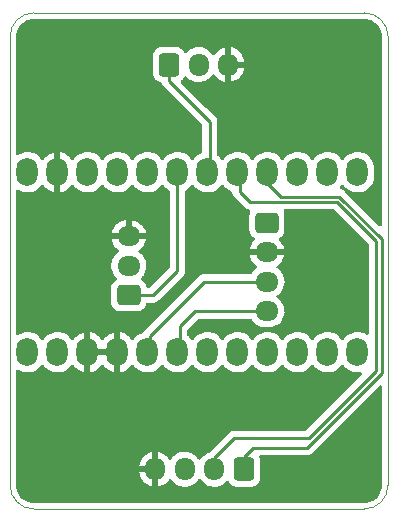
<source format=gtl>
%TF.GenerationSoftware,KiCad,Pcbnew,6.0.1-79c1e3a40b~116~ubuntu20.04.1*%
%TF.CreationDate,2022-02-07T15:26:06-03:00*%
%TF.ProjectId,v_simple,765f7369-6d70-46c6-952e-6b696361645f,rev?*%
%TF.SameCoordinates,Original*%
%TF.FileFunction,Copper,L1,Top*%
%TF.FilePolarity,Positive*%
%FSLAX46Y46*%
G04 Gerber Fmt 4.6, Leading zero omitted, Abs format (unit mm)*
G04 Created by KiCad (PCBNEW 6.0.1-79c1e3a40b~116~ubuntu20.04.1) date 2022-02-07 15:26:06*
%MOMM*%
%LPD*%
G01*
G04 APERTURE LIST*
G04 Aperture macros list*
%AMRoundRect*
0 Rectangle with rounded corners*
0 $1 Rounding radius*
0 $2 $3 $4 $5 $6 $7 $8 $9 X,Y pos of 4 corners*
0 Add a 4 corners polygon primitive as box body*
4,1,4,$2,$3,$4,$5,$6,$7,$8,$9,$2,$3,0*
0 Add four circle primitives for the rounded corners*
1,1,$1+$1,$2,$3*
1,1,$1+$1,$4,$5*
1,1,$1+$1,$6,$7*
1,1,$1+$1,$8,$9*
0 Add four rect primitives between the rounded corners*
20,1,$1+$1,$2,$3,$4,$5,0*
20,1,$1+$1,$4,$5,$6,$7,0*
20,1,$1+$1,$6,$7,$8,$9,0*
20,1,$1+$1,$8,$9,$2,$3,0*%
G04 Aperture macros list end*
%TA.AperFunction,Profile*%
%ADD10C,0.100000*%
%TD*%
%TA.AperFunction,ComponentPad*%
%ADD11O,1.950000X1.700000*%
%TD*%
%TA.AperFunction,ComponentPad*%
%ADD12RoundRect,0.250000X0.725000X-0.600000X0.725000X0.600000X-0.725000X0.600000X-0.725000X-0.600000X0*%
%TD*%
%TA.AperFunction,ComponentPad*%
%ADD13RoundRect,0.250000X0.600000X0.725000X-0.600000X0.725000X-0.600000X-0.725000X0.600000X-0.725000X0*%
%TD*%
%TA.AperFunction,ComponentPad*%
%ADD14O,1.700000X1.950000*%
%TD*%
%TA.AperFunction,ComponentPad*%
%ADD15O,1.800000X2.400000*%
%TD*%
%TA.AperFunction,ComponentPad*%
%ADD16RoundRect,0.250000X-0.600000X-0.725000X0.600000X-0.725000X0.600000X0.725000X-0.600000X0.725000X0*%
%TD*%
%TA.AperFunction,ComponentPad*%
%ADD17RoundRect,0.250000X-0.725000X0.600000X-0.725000X-0.600000X0.725000X-0.600000X0.725000X0.600000X0*%
%TD*%
%TA.AperFunction,ViaPad*%
%ADD18C,3.600000*%
%TD*%
%TA.AperFunction,Conductor*%
%ADD19C,0.250000*%
%TD*%
G04 APERTURE END LIST*
D10*
X86000000Y-58000000D02*
X114000000Y-58000000D01*
X114000000Y-100000000D02*
X86000000Y-100000000D01*
X116000000Y-60000000D02*
G75*
G03*
X114000000Y-58000000I-1999999J1D01*
G01*
X84000000Y-98000000D02*
X84000000Y-60000000D01*
X116000000Y-98000000D02*
X116000000Y-60000000D01*
X84000000Y-98000000D02*
G75*
G03*
X86000000Y-100000000I1999999J-1D01*
G01*
X114000000Y-100000000D02*
G75*
G03*
X116000000Y-98000000I1J1999999D01*
G01*
X86000000Y-58000000D02*
G75*
G03*
X84000000Y-60000000I-1J-1999999D01*
G01*
D11*
X94050000Y-76900000D03*
X94050000Y-79400000D03*
D12*
X94050000Y-81900000D03*
D13*
X103800000Y-96625000D03*
D14*
X101300000Y-96625000D03*
X98800000Y-96625000D03*
X96300000Y-96625000D03*
D15*
X85470000Y-86720000D03*
X88010000Y-86720000D03*
X90550000Y-86720000D03*
X93090000Y-86720000D03*
X95630000Y-86720000D03*
X98170000Y-86720000D03*
X100710000Y-86720000D03*
X103250000Y-86720000D03*
X105790000Y-86720000D03*
X108330000Y-86720000D03*
X110870000Y-86720000D03*
X113410000Y-86720000D03*
X113410000Y-71480000D03*
X110870000Y-71480000D03*
X108330000Y-71480000D03*
X105790000Y-71480000D03*
X103250000Y-71480000D03*
X100710000Y-71480000D03*
X98170000Y-71480000D03*
X95630000Y-71480000D03*
X93090000Y-71480000D03*
X90550000Y-71480000D03*
X88010000Y-71480000D03*
X85470000Y-71480000D03*
D16*
X97460000Y-62375000D03*
D14*
X99960000Y-62375000D03*
X102460000Y-62375000D03*
D17*
X105750000Y-75750000D03*
D11*
X105750000Y-78250000D03*
X105750000Y-80750000D03*
X105750000Y-83250000D03*
D18*
X88000000Y-96000000D03*
X112000000Y-62000000D03*
X88000000Y-62000000D03*
X112000000Y-96000000D03*
D19*
X100200000Y-66500000D02*
X100910000Y-67210000D01*
X97460000Y-62375000D02*
X97460000Y-63760000D01*
X97460000Y-63760000D02*
X100200000Y-66500000D01*
X98170000Y-71480000D02*
X98170000Y-79830000D01*
X98170000Y-79830000D02*
X96100000Y-81900000D01*
X96100000Y-81900000D02*
X94050000Y-81900000D01*
X98370000Y-71480000D02*
X98100000Y-71750000D01*
X103800000Y-96625000D02*
X103800000Y-95600000D01*
X103800000Y-95600000D02*
X104600000Y-94800000D01*
X104600000Y-94800000D02*
X109135718Y-94800000D01*
X109135718Y-94800000D02*
X115449520Y-88486198D01*
X115449520Y-88486198D02*
X115449520Y-77113802D01*
X115449520Y-77113802D02*
X111886198Y-73550480D01*
X111886198Y-73550480D02*
X106900000Y-73550480D01*
X106900000Y-73550480D02*
X105790000Y-72440480D01*
X105790000Y-72440480D02*
X105790000Y-71480000D01*
X103450000Y-71480000D02*
X103450000Y-73150000D01*
X115000000Y-88300000D02*
X109300000Y-94000000D01*
X103450000Y-73150000D02*
X104300000Y-74000000D01*
X109300000Y-94000000D02*
X103000000Y-94000000D01*
X104300000Y-74000000D02*
X111700000Y-74000000D01*
X111700000Y-74000000D02*
X115000000Y-77300000D01*
X103000000Y-94000000D02*
X101300000Y-95700000D01*
X115000000Y-77300000D02*
X115000000Y-88300000D01*
X101300000Y-95700000D02*
X101300000Y-96625000D01*
X105750000Y-80750000D02*
X100450000Y-80750000D01*
X100450000Y-80750000D02*
X95830000Y-85370000D01*
X95830000Y-85370000D02*
X95830000Y-86720000D01*
X100910000Y-67210000D02*
X100910000Y-71480000D01*
X98370000Y-84530000D02*
X98370000Y-86720000D01*
X99650000Y-83250000D02*
X98370000Y-84530000D01*
X105750000Y-83250000D02*
X99650000Y-83250000D01*
%TA.AperFunction,Conductor*%
G36*
X113970056Y-58509500D02*
G01*
X113972284Y-58509847D01*
X113984859Y-58511805D01*
X113984861Y-58511805D01*
X113993730Y-58513186D01*
X114002632Y-58512022D01*
X114002634Y-58512022D01*
X114008959Y-58511195D01*
X114034282Y-58510452D01*
X114198126Y-58522170D01*
X114203343Y-58522543D01*
X114221137Y-58525101D01*
X114411540Y-58566521D01*
X114428788Y-58571586D01*
X114611358Y-58639682D01*
X114627710Y-58647149D01*
X114693020Y-58682810D01*
X114798734Y-58740534D01*
X114813848Y-58750248D01*
X114923516Y-58832344D01*
X114969842Y-58867023D01*
X114983428Y-58878796D01*
X115121204Y-59016572D01*
X115132977Y-59030158D01*
X115249752Y-59186152D01*
X115259469Y-59201271D01*
X115352851Y-59372290D01*
X115360318Y-59388642D01*
X115428414Y-59571212D01*
X115433480Y-59588462D01*
X115474899Y-59778863D01*
X115477457Y-59796658D01*
X115489041Y-59958629D01*
X115488297Y-59976533D01*
X115488195Y-59984858D01*
X115486814Y-59993730D01*
X115487978Y-60002632D01*
X115487978Y-60002635D01*
X115490936Y-60025251D01*
X115492000Y-60041589D01*
X115492000Y-75956187D01*
X115471998Y-76024308D01*
X115418342Y-76070801D01*
X115348068Y-76080905D01*
X115283488Y-76051411D01*
X115276905Y-76045282D01*
X112389850Y-73158227D01*
X112382310Y-73149941D01*
X112378198Y-73143462D01*
X112328546Y-73096836D01*
X112325705Y-73094082D01*
X112305968Y-73074345D01*
X112302771Y-73071865D01*
X112293749Y-73064160D01*
X112261519Y-73033894D01*
X112254573Y-73030075D01*
X112254570Y-73030073D01*
X112243764Y-73024132D01*
X112227245Y-73013281D01*
X112226781Y-73012921D01*
X112211239Y-73000866D01*
X112203970Y-72997721D01*
X112203966Y-72997718D01*
X112170661Y-72983306D01*
X112160011Y-72978089D01*
X112121258Y-72956785D01*
X112101635Y-72951747D01*
X112082932Y-72945343D01*
X112071618Y-72940447D01*
X112071617Y-72940447D01*
X112064343Y-72937299D01*
X112056520Y-72936060D01*
X112056510Y-72936057D01*
X112020674Y-72930381D01*
X112009052Y-72927974D01*
X111986603Y-72922210D01*
X111925597Y-72885896D01*
X111893908Y-72822363D01*
X111901598Y-72751784D01*
X111920504Y-72720278D01*
X111965205Y-72665762D01*
X112034978Y-72580667D01*
X112037619Y-72576028D01*
X112038945Y-72574099D01*
X112094016Y-72529292D01*
X112164570Y-72521371D01*
X112228205Y-72552852D01*
X112247301Y-72575106D01*
X112308334Y-72665762D01*
X112473326Y-72838718D01*
X112665100Y-72981402D01*
X112669851Y-72983818D01*
X112669855Y-72983820D01*
X112873414Y-73087314D01*
X112878172Y-73089733D01*
X112992312Y-73125175D01*
X113101349Y-73159032D01*
X113101355Y-73159033D01*
X113106452Y-73160616D01*
X113233883Y-73177506D01*
X113338127Y-73191323D01*
X113338131Y-73191323D01*
X113343411Y-73192023D01*
X113348740Y-73191823D01*
X113348741Y-73191823D01*
X113446509Y-73188152D01*
X113582274Y-73183055D01*
X113682126Y-73162104D01*
X113810984Y-73135067D01*
X113810987Y-73135066D01*
X113816211Y-73133970D01*
X114038533Y-73046171D01*
X114242883Y-72922168D01*
X114357898Y-72822363D01*
X114419386Y-72769007D01*
X114419388Y-72769005D01*
X114423419Y-72765507D01*
X114426802Y-72761381D01*
X114426806Y-72761377D01*
X114571593Y-72584795D01*
X114574978Y-72580667D01*
X114578397Y-72574662D01*
X114690584Y-72377577D01*
X114693227Y-72372934D01*
X114774784Y-72148247D01*
X114798305Y-72018175D01*
X114816580Y-71917115D01*
X114816581Y-71917107D01*
X114817318Y-71913031D01*
X114818500Y-71887968D01*
X114818500Y-71119988D01*
X114803383Y-70941825D01*
X114743332Y-70710460D01*
X114645157Y-70492520D01*
X114511666Y-70294238D01*
X114346674Y-70121282D01*
X114154900Y-69978598D01*
X114150149Y-69976182D01*
X114150145Y-69976180D01*
X113946586Y-69872686D01*
X113946585Y-69872686D01*
X113941828Y-69870267D01*
X113797375Y-69825413D01*
X113718651Y-69800968D01*
X113718645Y-69800967D01*
X113713548Y-69799384D01*
X113586117Y-69782494D01*
X113481873Y-69768677D01*
X113481869Y-69768677D01*
X113476589Y-69767977D01*
X113471260Y-69768177D01*
X113471259Y-69768177D01*
X113373491Y-69771848D01*
X113237726Y-69776945D01*
X113150816Y-69795181D01*
X113009016Y-69824933D01*
X113009013Y-69824934D01*
X113003789Y-69826030D01*
X112781467Y-69913829D01*
X112577117Y-70037832D01*
X112396581Y-70194493D01*
X112393198Y-70198619D01*
X112393194Y-70198623D01*
X112248409Y-70375202D01*
X112245022Y-70379333D01*
X112242383Y-70383969D01*
X112241055Y-70385901D01*
X112185984Y-70430708D01*
X112115430Y-70438629D01*
X112051795Y-70407148D01*
X112032699Y-70384894D01*
X111974646Y-70298665D01*
X111971666Y-70294238D01*
X111806674Y-70121282D01*
X111614900Y-69978598D01*
X111610149Y-69976182D01*
X111610145Y-69976180D01*
X111406586Y-69872686D01*
X111406585Y-69872686D01*
X111401828Y-69870267D01*
X111257375Y-69825413D01*
X111178651Y-69800968D01*
X111178645Y-69800967D01*
X111173548Y-69799384D01*
X111046117Y-69782494D01*
X110941873Y-69768677D01*
X110941869Y-69768677D01*
X110936589Y-69767977D01*
X110931260Y-69768177D01*
X110931259Y-69768177D01*
X110833491Y-69771848D01*
X110697726Y-69776945D01*
X110610816Y-69795181D01*
X110469016Y-69824933D01*
X110469013Y-69824934D01*
X110463789Y-69826030D01*
X110241467Y-69913829D01*
X110037117Y-70037832D01*
X109856581Y-70194493D01*
X109853198Y-70198619D01*
X109853194Y-70198623D01*
X109708409Y-70375202D01*
X109705022Y-70379333D01*
X109702383Y-70383969D01*
X109701055Y-70385901D01*
X109645984Y-70430708D01*
X109575430Y-70438629D01*
X109511795Y-70407148D01*
X109492699Y-70384894D01*
X109434646Y-70298665D01*
X109431666Y-70294238D01*
X109266674Y-70121282D01*
X109074900Y-69978598D01*
X109070149Y-69976182D01*
X109070145Y-69976180D01*
X108866586Y-69872686D01*
X108866585Y-69872686D01*
X108861828Y-69870267D01*
X108717375Y-69825413D01*
X108638651Y-69800968D01*
X108638645Y-69800967D01*
X108633548Y-69799384D01*
X108506117Y-69782494D01*
X108401873Y-69768677D01*
X108401869Y-69768677D01*
X108396589Y-69767977D01*
X108391260Y-69768177D01*
X108391259Y-69768177D01*
X108293491Y-69771848D01*
X108157726Y-69776945D01*
X108070816Y-69795181D01*
X107929016Y-69824933D01*
X107929013Y-69824934D01*
X107923789Y-69826030D01*
X107701467Y-69913829D01*
X107497117Y-70037832D01*
X107316581Y-70194493D01*
X107313198Y-70198619D01*
X107313194Y-70198623D01*
X107168409Y-70375202D01*
X107165022Y-70379333D01*
X107162383Y-70383969D01*
X107161055Y-70385901D01*
X107105984Y-70430708D01*
X107035430Y-70438629D01*
X106971795Y-70407148D01*
X106952699Y-70384894D01*
X106894646Y-70298665D01*
X106891666Y-70294238D01*
X106726674Y-70121282D01*
X106534900Y-69978598D01*
X106530149Y-69976182D01*
X106530145Y-69976180D01*
X106326586Y-69872686D01*
X106326585Y-69872686D01*
X106321828Y-69870267D01*
X106177375Y-69825413D01*
X106098651Y-69800968D01*
X106098645Y-69800967D01*
X106093548Y-69799384D01*
X105966117Y-69782494D01*
X105861873Y-69768677D01*
X105861869Y-69768677D01*
X105856589Y-69767977D01*
X105851260Y-69768177D01*
X105851259Y-69768177D01*
X105753491Y-69771848D01*
X105617726Y-69776945D01*
X105530816Y-69795181D01*
X105389016Y-69824933D01*
X105389013Y-69824934D01*
X105383789Y-69826030D01*
X105161467Y-69913829D01*
X104957117Y-70037832D01*
X104776581Y-70194493D01*
X104773198Y-70198619D01*
X104773194Y-70198623D01*
X104628409Y-70375202D01*
X104625022Y-70379333D01*
X104622383Y-70383969D01*
X104621055Y-70385901D01*
X104565984Y-70430708D01*
X104495430Y-70438629D01*
X104431795Y-70407148D01*
X104412699Y-70384894D01*
X104354646Y-70298665D01*
X104351666Y-70294238D01*
X104186674Y-70121282D01*
X103994900Y-69978598D01*
X103990149Y-69976182D01*
X103990145Y-69976180D01*
X103786586Y-69872686D01*
X103786585Y-69872686D01*
X103781828Y-69870267D01*
X103637375Y-69825413D01*
X103558651Y-69800968D01*
X103558645Y-69800967D01*
X103553548Y-69799384D01*
X103426117Y-69782494D01*
X103321873Y-69768677D01*
X103321869Y-69768677D01*
X103316589Y-69767977D01*
X103311260Y-69768177D01*
X103311259Y-69768177D01*
X103213491Y-69771848D01*
X103077726Y-69776945D01*
X102990816Y-69795181D01*
X102849016Y-69824933D01*
X102849013Y-69824934D01*
X102843789Y-69826030D01*
X102621467Y-69913829D01*
X102417117Y-70037832D01*
X102236581Y-70194493D01*
X102233198Y-70198619D01*
X102233194Y-70198623D01*
X102088409Y-70375202D01*
X102085022Y-70379333D01*
X102082383Y-70383969D01*
X102081055Y-70385901D01*
X102025984Y-70430708D01*
X101955430Y-70438629D01*
X101891795Y-70407148D01*
X101872699Y-70384894D01*
X101814646Y-70298665D01*
X101811666Y-70294238D01*
X101646674Y-70121282D01*
X101594287Y-70082305D01*
X101551574Y-70025595D01*
X101543500Y-69981216D01*
X101543500Y-67288768D01*
X101544027Y-67277585D01*
X101545702Y-67270092D01*
X101543562Y-67202001D01*
X101543500Y-67198044D01*
X101543500Y-67170144D01*
X101542996Y-67166153D01*
X101542063Y-67154311D01*
X101540923Y-67118036D01*
X101540674Y-67110111D01*
X101535021Y-67090652D01*
X101531012Y-67071293D01*
X101530846Y-67069983D01*
X101528474Y-67051203D01*
X101525558Y-67043837D01*
X101525556Y-67043831D01*
X101512200Y-67010098D01*
X101508355Y-66998868D01*
X101498230Y-66964017D01*
X101498230Y-66964016D01*
X101496019Y-66956407D01*
X101485705Y-66938966D01*
X101477008Y-66921213D01*
X101472472Y-66909758D01*
X101469552Y-66902383D01*
X101443563Y-66866612D01*
X101437047Y-66856692D01*
X101418578Y-66825463D01*
X101414542Y-66818638D01*
X101400221Y-66804317D01*
X101387380Y-66789283D01*
X101380132Y-66779307D01*
X101375472Y-66772893D01*
X101341407Y-66744712D01*
X101332626Y-66736722D01*
X100619770Y-66023865D01*
X98498624Y-63902719D01*
X98464599Y-63840407D01*
X98469664Y-63769591D01*
X98512211Y-63712756D01*
X98521417Y-63706480D01*
X98528120Y-63702332D01*
X98534348Y-63698478D01*
X98659305Y-63573303D01*
X98749081Y-63427660D01*
X98801852Y-63380168D01*
X98871924Y-63368744D01*
X98937048Y-63397018D01*
X98947510Y-63406805D01*
X98989215Y-63450523D01*
X99056576Y-63521135D01*
X99241542Y-63658754D01*
X99246293Y-63661170D01*
X99246297Y-63661172D01*
X99309481Y-63693296D01*
X99447051Y-63763240D01*
X99452145Y-63764822D01*
X99452148Y-63764823D01*
X99617583Y-63816192D01*
X99667227Y-63831607D01*
X99672516Y-63832308D01*
X99890489Y-63861198D01*
X99890494Y-63861198D01*
X99895774Y-63861898D01*
X99901103Y-63861698D01*
X99901105Y-63861698D01*
X100010966Y-63857574D01*
X100126158Y-63853249D01*
X100148802Y-63848498D01*
X100346572Y-63807002D01*
X100351791Y-63805907D01*
X100356750Y-63803949D01*
X100356752Y-63803948D01*
X100561256Y-63723185D01*
X100561258Y-63723184D01*
X100566221Y-63721224D01*
X100571525Y-63718006D01*
X100758757Y-63604390D01*
X100758756Y-63604390D01*
X100763317Y-63601623D01*
X100803134Y-63567072D01*
X100933412Y-63454023D01*
X100933414Y-63454021D01*
X100937445Y-63450523D01*
X101013416Y-63357870D01*
X101080240Y-63276373D01*
X101080244Y-63276367D01*
X101083624Y-63272245D01*
X101096681Y-63249308D01*
X101101829Y-63240265D01*
X101152912Y-63190959D01*
X101222542Y-63177098D01*
X101288613Y-63203082D01*
X101315851Y-63232232D01*
X101394852Y-63349578D01*
X101401519Y-63357870D01*
X101553228Y-63516900D01*
X101561186Y-63523941D01*
X101737525Y-63655141D01*
X101746562Y-63660745D01*
X101942484Y-63760357D01*
X101952335Y-63764357D01*
X102162240Y-63829534D01*
X102172624Y-63831817D01*
X102188043Y-63833861D01*
X102202207Y-63831665D01*
X102206000Y-63818478D01*
X102206000Y-63816192D01*
X102714000Y-63816192D01*
X102717973Y-63829723D01*
X102728580Y-63831248D01*
X102846421Y-63806523D01*
X102856617Y-63803463D01*
X103061029Y-63722737D01*
X103070561Y-63718006D01*
X103258462Y-63603984D01*
X103267052Y-63597720D01*
X103433052Y-63453673D01*
X103440472Y-63446042D01*
X103579826Y-63276089D01*
X103585850Y-63267322D01*
X103694576Y-63076318D01*
X103699041Y-63066654D01*
X103774031Y-62860059D01*
X103776802Y-62849792D01*
X103813504Y-62646826D01*
X103812085Y-62633586D01*
X103797450Y-62629000D01*
X102732115Y-62629000D01*
X102716876Y-62633475D01*
X102715671Y-62634865D01*
X102714000Y-62642548D01*
X102714000Y-63816192D01*
X102206000Y-63816192D01*
X102206000Y-62102885D01*
X102714000Y-62102885D01*
X102718475Y-62118124D01*
X102719865Y-62119329D01*
X102727548Y-62121000D01*
X103793849Y-62121000D01*
X103808527Y-62116690D01*
X103810590Y-62104807D01*
X103803876Y-62025675D01*
X103802086Y-62015203D01*
X103746870Y-61802465D01*
X103743335Y-61792425D01*
X103653063Y-61592030D01*
X103647894Y-61582744D01*
X103525150Y-61400425D01*
X103518481Y-61392130D01*
X103366772Y-61233100D01*
X103358814Y-61226059D01*
X103182475Y-61094859D01*
X103173438Y-61089255D01*
X102977516Y-60989643D01*
X102967665Y-60985643D01*
X102757760Y-60920466D01*
X102747376Y-60918183D01*
X102731957Y-60916139D01*
X102717793Y-60918335D01*
X102714000Y-60931522D01*
X102714000Y-62102885D01*
X102206000Y-62102885D01*
X102206000Y-60933808D01*
X102202027Y-60920277D01*
X102191420Y-60918752D01*
X102073579Y-60943477D01*
X102063383Y-60946537D01*
X101858971Y-61027263D01*
X101849439Y-61031994D01*
X101661538Y-61146016D01*
X101652948Y-61152280D01*
X101486948Y-61296327D01*
X101479528Y-61303958D01*
X101340174Y-61473911D01*
X101334152Y-61482674D01*
X101318762Y-61509711D01*
X101267680Y-61559018D01*
X101198049Y-61572880D01*
X101131978Y-61546897D01*
X101104739Y-61517747D01*
X101068869Y-61464468D01*
X101022559Y-61395681D01*
X100963918Y-61334209D01*
X100935059Y-61303958D01*
X100863424Y-61228865D01*
X100678458Y-61091246D01*
X100673707Y-61088830D01*
X100673703Y-61088828D01*
X100555588Y-61028776D01*
X100472949Y-60986760D01*
X100467855Y-60985178D01*
X100467852Y-60985177D01*
X100257871Y-60919976D01*
X100252773Y-60918393D01*
X100247484Y-60917692D01*
X100029511Y-60888802D01*
X100029506Y-60888802D01*
X100024226Y-60888102D01*
X100018897Y-60888302D01*
X100018895Y-60888302D01*
X99909034Y-60892426D01*
X99793842Y-60896751D01*
X99788623Y-60897846D01*
X99766566Y-60902474D01*
X99568209Y-60944093D01*
X99563250Y-60946051D01*
X99563248Y-60946052D01*
X99358744Y-61026815D01*
X99358742Y-61026816D01*
X99353779Y-61028776D01*
X99349220Y-61031543D01*
X99349217Y-61031544D01*
X99254113Y-61089255D01*
X99156683Y-61148377D01*
X99152653Y-61151874D01*
X99059484Y-61232722D01*
X98982555Y-61299477D01*
X98953330Y-61335120D01*
X98894671Y-61375114D01*
X98823701Y-61377046D01*
X98762952Y-61340302D01*
X98748752Y-61321532D01*
X98662332Y-61181880D01*
X98658478Y-61175652D01*
X98533303Y-61050695D01*
X98502965Y-61031994D01*
X98388968Y-60961725D01*
X98388966Y-60961724D01*
X98382738Y-60957885D01*
X98269353Y-60920277D01*
X98221389Y-60904368D01*
X98221387Y-60904368D01*
X98214861Y-60902203D01*
X98208025Y-60901503D01*
X98208022Y-60901502D01*
X98164969Y-60897091D01*
X98110400Y-60891500D01*
X96809600Y-60891500D01*
X96806354Y-60891837D01*
X96806350Y-60891837D01*
X96710692Y-60901762D01*
X96710688Y-60901763D01*
X96703834Y-60902474D01*
X96697298Y-60904655D01*
X96697296Y-60904655D01*
X96565194Y-60948728D01*
X96536054Y-60958450D01*
X96385652Y-61051522D01*
X96260695Y-61176697D01*
X96256855Y-61182927D01*
X96256854Y-61182928D01*
X96186954Y-61296327D01*
X96167885Y-61327262D01*
X96112203Y-61495139D01*
X96111503Y-61501975D01*
X96111502Y-61501978D01*
X96109338Y-61523102D01*
X96101500Y-61599600D01*
X96101500Y-63150400D01*
X96101837Y-63153646D01*
X96101837Y-63153650D01*
X96109991Y-63232232D01*
X96112474Y-63256166D01*
X96114655Y-63262702D01*
X96114655Y-63262704D01*
X96146405Y-63357870D01*
X96168450Y-63423946D01*
X96261522Y-63574348D01*
X96386697Y-63699305D01*
X96392927Y-63703145D01*
X96392928Y-63703146D01*
X96486496Y-63760822D01*
X96537262Y-63792115D01*
X96572938Y-63803948D01*
X96698611Y-63845632D01*
X96698613Y-63845632D01*
X96705139Y-63847797D01*
X96711977Y-63848498D01*
X96711979Y-63848498D01*
X96731110Y-63850458D01*
X96741857Y-63851559D01*
X96807584Y-63878400D01*
X96846167Y-63930520D01*
X96857804Y-63959912D01*
X96861649Y-63971142D01*
X96873982Y-64013593D01*
X96878015Y-64020412D01*
X96878017Y-64020417D01*
X96884293Y-64031028D01*
X96892988Y-64048776D01*
X96900448Y-64067617D01*
X96905110Y-64074033D01*
X96905110Y-64074034D01*
X96926436Y-64103387D01*
X96932952Y-64113307D01*
X96955458Y-64151362D01*
X96969779Y-64165683D01*
X96982619Y-64180716D01*
X96994528Y-64197107D01*
X97000634Y-64202158D01*
X97028605Y-64225298D01*
X97037384Y-64233288D01*
X100239595Y-67435499D01*
X100273621Y-67497811D01*
X100276500Y-67524594D01*
X100276500Y-69751097D01*
X100256498Y-69819218D01*
X100196782Y-69868289D01*
X100189292Y-69871247D01*
X100081467Y-69913829D01*
X99877117Y-70037832D01*
X99696581Y-70194493D01*
X99693198Y-70198619D01*
X99693194Y-70198623D01*
X99548409Y-70375202D01*
X99545022Y-70379333D01*
X99542383Y-70383969D01*
X99541055Y-70385901D01*
X99485984Y-70430708D01*
X99415430Y-70438629D01*
X99351795Y-70407148D01*
X99332699Y-70384894D01*
X99274646Y-70298665D01*
X99271666Y-70294238D01*
X99106674Y-70121282D01*
X98914900Y-69978598D01*
X98910149Y-69976182D01*
X98910145Y-69976180D01*
X98706586Y-69872686D01*
X98706585Y-69872686D01*
X98701828Y-69870267D01*
X98557375Y-69825413D01*
X98478651Y-69800968D01*
X98478645Y-69800967D01*
X98473548Y-69799384D01*
X98346117Y-69782494D01*
X98241873Y-69768677D01*
X98241869Y-69768677D01*
X98236589Y-69767977D01*
X98231260Y-69768177D01*
X98231259Y-69768177D01*
X98133491Y-69771848D01*
X97997726Y-69776945D01*
X97910816Y-69795181D01*
X97769016Y-69824933D01*
X97769013Y-69824934D01*
X97763789Y-69826030D01*
X97541467Y-69913829D01*
X97337117Y-70037832D01*
X97156581Y-70194493D01*
X97153198Y-70198619D01*
X97153194Y-70198623D01*
X97008409Y-70375202D01*
X97005022Y-70379333D01*
X97002383Y-70383969D01*
X97001055Y-70385901D01*
X96945984Y-70430708D01*
X96875430Y-70438629D01*
X96811795Y-70407148D01*
X96792699Y-70384894D01*
X96734646Y-70298665D01*
X96731666Y-70294238D01*
X96566674Y-70121282D01*
X96374900Y-69978598D01*
X96370149Y-69976182D01*
X96370145Y-69976180D01*
X96166586Y-69872686D01*
X96166585Y-69872686D01*
X96161828Y-69870267D01*
X96017375Y-69825413D01*
X95938651Y-69800968D01*
X95938645Y-69800967D01*
X95933548Y-69799384D01*
X95806117Y-69782494D01*
X95701873Y-69768677D01*
X95701869Y-69768677D01*
X95696589Y-69767977D01*
X95691260Y-69768177D01*
X95691259Y-69768177D01*
X95593491Y-69771848D01*
X95457726Y-69776945D01*
X95370816Y-69795181D01*
X95229016Y-69824933D01*
X95229013Y-69824934D01*
X95223789Y-69826030D01*
X95001467Y-69913829D01*
X94797117Y-70037832D01*
X94616581Y-70194493D01*
X94613198Y-70198619D01*
X94613194Y-70198623D01*
X94468409Y-70375202D01*
X94465022Y-70379333D01*
X94462383Y-70383969D01*
X94461055Y-70385901D01*
X94405984Y-70430708D01*
X94335430Y-70438629D01*
X94271795Y-70407148D01*
X94252699Y-70384894D01*
X94194646Y-70298665D01*
X94191666Y-70294238D01*
X94026674Y-70121282D01*
X93834900Y-69978598D01*
X93830149Y-69976182D01*
X93830145Y-69976180D01*
X93626586Y-69872686D01*
X93626585Y-69872686D01*
X93621828Y-69870267D01*
X93477375Y-69825413D01*
X93398651Y-69800968D01*
X93398645Y-69800967D01*
X93393548Y-69799384D01*
X93266117Y-69782494D01*
X93161873Y-69768677D01*
X93161869Y-69768677D01*
X93156589Y-69767977D01*
X93151260Y-69768177D01*
X93151259Y-69768177D01*
X93053491Y-69771848D01*
X92917726Y-69776945D01*
X92830816Y-69795181D01*
X92689016Y-69824933D01*
X92689013Y-69824934D01*
X92683789Y-69826030D01*
X92461467Y-69913829D01*
X92257117Y-70037832D01*
X92076581Y-70194493D01*
X92073198Y-70198619D01*
X92073194Y-70198623D01*
X91928409Y-70375202D01*
X91925022Y-70379333D01*
X91922383Y-70383969D01*
X91921055Y-70385901D01*
X91865984Y-70430708D01*
X91795430Y-70438629D01*
X91731795Y-70407148D01*
X91712699Y-70384894D01*
X91654646Y-70298665D01*
X91651666Y-70294238D01*
X91486674Y-70121282D01*
X91294900Y-69978598D01*
X91290149Y-69976182D01*
X91290145Y-69976180D01*
X91086586Y-69872686D01*
X91086585Y-69872686D01*
X91081828Y-69870267D01*
X90937375Y-69825413D01*
X90858651Y-69800968D01*
X90858645Y-69800967D01*
X90853548Y-69799384D01*
X90726117Y-69782494D01*
X90621873Y-69768677D01*
X90621869Y-69768677D01*
X90616589Y-69767977D01*
X90611260Y-69768177D01*
X90611259Y-69768177D01*
X90513491Y-69771848D01*
X90377726Y-69776945D01*
X90290816Y-69795181D01*
X90149016Y-69824933D01*
X90149013Y-69824934D01*
X90143789Y-69826030D01*
X89921467Y-69913829D01*
X89717117Y-70037832D01*
X89536581Y-70194493D01*
X89533198Y-70198619D01*
X89533194Y-70198623D01*
X89431103Y-70323133D01*
X89385022Y-70379333D01*
X89382381Y-70383973D01*
X89380756Y-70386337D01*
X89325688Y-70431148D01*
X89255135Y-70439073D01*
X89191498Y-70407597D01*
X89172396Y-70385338D01*
X89114249Y-70298971D01*
X89107594Y-70290693D01*
X88950029Y-70125522D01*
X88942058Y-70118470D01*
X88758918Y-69982210D01*
X88749881Y-69976606D01*
X88546394Y-69873149D01*
X88536541Y-69869148D01*
X88318539Y-69801456D01*
X88308152Y-69799172D01*
X88281957Y-69795700D01*
X88267793Y-69797896D01*
X88264000Y-69811081D01*
X88264000Y-73147282D01*
X88267973Y-73160813D01*
X88278580Y-73162338D01*
X88410840Y-73134587D01*
X88421037Y-73131527D01*
X88633340Y-73047685D01*
X88642876Y-73042951D01*
X88838025Y-72924532D01*
X88846618Y-72918266D01*
X89019027Y-72768658D01*
X89026447Y-72761028D01*
X89171181Y-72584511D01*
X89178642Y-72573656D01*
X89233712Y-72528847D01*
X89304265Y-72520924D01*
X89367901Y-72552402D01*
X89387000Y-72574659D01*
X89448334Y-72665762D01*
X89613326Y-72838718D01*
X89805100Y-72981402D01*
X89809851Y-72983818D01*
X89809855Y-72983820D01*
X90013414Y-73087314D01*
X90018172Y-73089733D01*
X90132312Y-73125175D01*
X90241349Y-73159032D01*
X90241355Y-73159033D01*
X90246452Y-73160616D01*
X90373883Y-73177506D01*
X90478127Y-73191323D01*
X90478131Y-73191323D01*
X90483411Y-73192023D01*
X90488740Y-73191823D01*
X90488741Y-73191823D01*
X90586509Y-73188152D01*
X90722274Y-73183055D01*
X90822126Y-73162104D01*
X90950984Y-73135067D01*
X90950987Y-73135066D01*
X90956211Y-73133970D01*
X91178533Y-73046171D01*
X91382883Y-72922168D01*
X91497898Y-72822363D01*
X91559386Y-72769007D01*
X91559388Y-72769005D01*
X91563419Y-72765507D01*
X91566802Y-72761381D01*
X91566806Y-72761377D01*
X91711591Y-72584798D01*
X91711593Y-72584795D01*
X91714978Y-72580667D01*
X91717619Y-72576028D01*
X91718945Y-72574099D01*
X91774016Y-72529292D01*
X91844570Y-72521371D01*
X91908205Y-72552852D01*
X91927301Y-72575106D01*
X91988334Y-72665762D01*
X92153326Y-72838718D01*
X92345100Y-72981402D01*
X92349851Y-72983818D01*
X92349855Y-72983820D01*
X92553414Y-73087314D01*
X92558172Y-73089733D01*
X92672312Y-73125175D01*
X92781349Y-73159032D01*
X92781355Y-73159033D01*
X92786452Y-73160616D01*
X92913883Y-73177506D01*
X93018127Y-73191323D01*
X93018131Y-73191323D01*
X93023411Y-73192023D01*
X93028740Y-73191823D01*
X93028741Y-73191823D01*
X93126509Y-73188152D01*
X93262274Y-73183055D01*
X93362126Y-73162104D01*
X93490984Y-73135067D01*
X93490987Y-73135066D01*
X93496211Y-73133970D01*
X93718533Y-73046171D01*
X93922883Y-72922168D01*
X94037898Y-72822363D01*
X94099386Y-72769007D01*
X94099388Y-72769005D01*
X94103419Y-72765507D01*
X94106802Y-72761381D01*
X94106806Y-72761377D01*
X94251591Y-72584798D01*
X94251593Y-72584795D01*
X94254978Y-72580667D01*
X94257619Y-72576028D01*
X94258945Y-72574099D01*
X94314016Y-72529292D01*
X94384570Y-72521371D01*
X94448205Y-72552852D01*
X94467301Y-72575106D01*
X94528334Y-72665762D01*
X94693326Y-72838718D01*
X94885100Y-72981402D01*
X94889851Y-72983818D01*
X94889855Y-72983820D01*
X95093414Y-73087314D01*
X95098172Y-73089733D01*
X95212312Y-73125175D01*
X95321349Y-73159032D01*
X95321355Y-73159033D01*
X95326452Y-73160616D01*
X95453883Y-73177506D01*
X95558127Y-73191323D01*
X95558131Y-73191323D01*
X95563411Y-73192023D01*
X95568740Y-73191823D01*
X95568741Y-73191823D01*
X95666509Y-73188152D01*
X95802274Y-73183055D01*
X95902126Y-73162104D01*
X96030984Y-73135067D01*
X96030987Y-73135066D01*
X96036211Y-73133970D01*
X96258533Y-73046171D01*
X96462883Y-72922168D01*
X96577898Y-72822363D01*
X96639386Y-72769007D01*
X96639388Y-72769005D01*
X96643419Y-72765507D01*
X96646802Y-72761381D01*
X96646806Y-72761377D01*
X96791591Y-72584798D01*
X96791593Y-72584795D01*
X96794978Y-72580667D01*
X96797619Y-72576028D01*
X96798945Y-72574099D01*
X96854016Y-72529292D01*
X96924570Y-72521371D01*
X96988205Y-72552852D01*
X97007301Y-72575106D01*
X97068334Y-72665762D01*
X97233326Y-72838718D01*
X97425100Y-72981402D01*
X97429861Y-72983822D01*
X97429860Y-72983822D01*
X97467604Y-73003012D01*
X97519262Y-73051715D01*
X97536500Y-73115329D01*
X97536500Y-79515406D01*
X97516498Y-79583527D01*
X97499595Y-79604501D01*
X95874500Y-81229595D01*
X95812188Y-81263621D01*
X95785405Y-81266500D01*
X95648856Y-81266500D01*
X95580735Y-81246498D01*
X95534242Y-81192842D01*
X95523529Y-81153504D01*
X95522526Y-81143834D01*
X95466550Y-80976054D01*
X95373478Y-80825652D01*
X95248303Y-80700695D01*
X95102660Y-80610919D01*
X95055168Y-80558148D01*
X95043744Y-80488076D01*
X95072018Y-80422952D01*
X95081805Y-80412490D01*
X95170994Y-80327407D01*
X95196135Y-80303424D01*
X95213661Y-80279869D01*
X95310296Y-80149986D01*
X95333754Y-80118458D01*
X95338558Y-80109011D01*
X95418770Y-79951243D01*
X95438240Y-79912949D01*
X95441609Y-79902101D01*
X95505024Y-79697871D01*
X95506607Y-79692773D01*
X95515407Y-79626376D01*
X95536198Y-79469511D01*
X95536198Y-79469506D01*
X95536898Y-79464226D01*
X95528249Y-79233842D01*
X95480907Y-79008209D01*
X95396224Y-78793779D01*
X95374310Y-78757665D01*
X95279390Y-78601243D01*
X95276623Y-78596683D01*
X95225159Y-78537376D01*
X95129023Y-78426588D01*
X95129021Y-78426586D01*
X95125523Y-78422555D01*
X95083970Y-78388484D01*
X94951373Y-78279760D01*
X94951367Y-78279756D01*
X94947245Y-78276376D01*
X94942602Y-78273733D01*
X94915265Y-78258171D01*
X94865959Y-78207088D01*
X94852098Y-78137458D01*
X94878082Y-78071387D01*
X94907232Y-78044149D01*
X95024578Y-77965148D01*
X95032870Y-77958481D01*
X95191900Y-77806772D01*
X95198941Y-77798814D01*
X95330141Y-77622475D01*
X95335745Y-77613438D01*
X95435357Y-77417516D01*
X95439357Y-77407665D01*
X95504534Y-77197760D01*
X95506817Y-77187376D01*
X95508861Y-77171957D01*
X95506665Y-77157793D01*
X95493478Y-77154000D01*
X92608808Y-77154000D01*
X92595277Y-77157973D01*
X92593752Y-77168580D01*
X92618477Y-77286421D01*
X92621537Y-77296617D01*
X92702263Y-77501029D01*
X92706994Y-77510561D01*
X92821016Y-77698462D01*
X92827280Y-77707052D01*
X92971327Y-77873052D01*
X92978958Y-77880472D01*
X93148911Y-78019826D01*
X93157674Y-78025848D01*
X93184711Y-78041238D01*
X93234018Y-78092320D01*
X93247880Y-78161951D01*
X93221897Y-78228022D01*
X93192747Y-78255261D01*
X93188425Y-78258171D01*
X93070681Y-78337441D01*
X92903865Y-78496576D01*
X92900682Y-78500854D01*
X92884981Y-78521957D01*
X92766246Y-78681542D01*
X92661760Y-78887051D01*
X92660178Y-78892145D01*
X92660177Y-78892148D01*
X92611640Y-79048462D01*
X92593393Y-79107227D01*
X92592692Y-79112516D01*
X92565836Y-79315148D01*
X92563102Y-79335774D01*
X92571751Y-79566158D01*
X92619093Y-79791791D01*
X92621051Y-79796750D01*
X92621052Y-79796752D01*
X92678672Y-79942653D01*
X92703776Y-80006221D01*
X92706543Y-80010780D01*
X92706544Y-80010783D01*
X92779813Y-80131526D01*
X92823377Y-80203317D01*
X92826874Y-80207347D01*
X92962314Y-80363428D01*
X92974477Y-80377445D01*
X93010120Y-80406670D01*
X93050114Y-80465329D01*
X93052046Y-80536299D01*
X93015302Y-80597048D01*
X92996532Y-80611248D01*
X92865579Y-80692285D01*
X92850652Y-80701522D01*
X92725695Y-80826697D01*
X92632885Y-80977262D01*
X92577203Y-81145139D01*
X92566500Y-81249600D01*
X92566500Y-82550400D01*
X92566837Y-82553646D01*
X92566837Y-82553650D01*
X92576742Y-82649108D01*
X92577474Y-82656166D01*
X92633450Y-82823946D01*
X92726522Y-82974348D01*
X92851697Y-83099305D01*
X92857927Y-83103145D01*
X92857928Y-83103146D01*
X92995090Y-83187694D01*
X93002262Y-83192115D01*
X93082005Y-83218564D01*
X93163611Y-83245632D01*
X93163613Y-83245632D01*
X93170139Y-83247797D01*
X93176975Y-83248497D01*
X93176978Y-83248498D01*
X93220031Y-83252909D01*
X93274600Y-83258500D01*
X94825400Y-83258500D01*
X94828646Y-83258163D01*
X94828650Y-83258163D01*
X94924308Y-83248238D01*
X94924312Y-83248237D01*
X94931166Y-83247526D01*
X94937702Y-83245345D01*
X94937704Y-83245345D01*
X95069806Y-83201272D01*
X95098946Y-83191550D01*
X95249348Y-83098478D01*
X95374305Y-82973303D01*
X95445250Y-82858209D01*
X95463275Y-82828968D01*
X95463276Y-82828966D01*
X95467115Y-82822738D01*
X95522797Y-82654861D01*
X95523498Y-82648020D01*
X95523499Y-82648015D01*
X95523639Y-82646651D01*
X95523960Y-82645864D01*
X95524941Y-82641290D01*
X95525757Y-82641465D01*
X95550483Y-82580925D01*
X95608600Y-82540146D01*
X95648982Y-82533500D01*
X96021233Y-82533500D01*
X96032416Y-82534027D01*
X96039909Y-82535702D01*
X96047835Y-82535453D01*
X96047836Y-82535453D01*
X96107986Y-82533562D01*
X96111945Y-82533500D01*
X96139856Y-82533500D01*
X96143791Y-82533003D01*
X96143856Y-82532995D01*
X96155693Y-82532062D01*
X96187951Y-82531048D01*
X96191970Y-82530922D01*
X96199889Y-82530673D01*
X96219343Y-82525021D01*
X96238700Y-82521013D01*
X96250930Y-82519468D01*
X96250931Y-82519468D01*
X96258797Y-82518474D01*
X96266168Y-82515555D01*
X96266170Y-82515555D01*
X96299912Y-82502196D01*
X96311142Y-82498351D01*
X96345983Y-82488229D01*
X96345984Y-82488229D01*
X96353593Y-82486018D01*
X96360412Y-82481985D01*
X96360417Y-82481983D01*
X96371028Y-82475707D01*
X96388776Y-82467012D01*
X96407617Y-82459552D01*
X96443387Y-82433564D01*
X96453307Y-82427048D01*
X96484535Y-82408580D01*
X96484538Y-82408578D01*
X96491362Y-82404542D01*
X96505683Y-82390221D01*
X96520717Y-82377380D01*
X96530694Y-82370131D01*
X96537107Y-82365472D01*
X96565298Y-82331395D01*
X96573288Y-82322616D01*
X98562253Y-80333652D01*
X98570539Y-80326112D01*
X98577018Y-80322000D01*
X98623644Y-80272348D01*
X98626398Y-80269507D01*
X98646135Y-80249770D01*
X98648615Y-80246573D01*
X98656320Y-80237551D01*
X98686586Y-80205321D01*
X98690405Y-80198375D01*
X98690407Y-80198372D01*
X98696348Y-80187566D01*
X98707199Y-80171047D01*
X98709550Y-80168016D01*
X98719614Y-80155041D01*
X98722759Y-80147772D01*
X98722762Y-80147768D01*
X98737174Y-80114463D01*
X98742391Y-80103813D01*
X98763695Y-80065060D01*
X98768733Y-80045437D01*
X98775137Y-80026734D01*
X98780033Y-80015420D01*
X98780033Y-80015419D01*
X98783181Y-80008145D01*
X98784420Y-80000322D01*
X98784423Y-80000312D01*
X98790099Y-79964476D01*
X98792505Y-79952856D01*
X98801528Y-79917711D01*
X98801528Y-79917710D01*
X98803500Y-79910030D01*
X98803500Y-79889776D01*
X98805051Y-79870065D01*
X98806980Y-79857886D01*
X98808220Y-79850057D01*
X98804059Y-79806038D01*
X98803500Y-79794181D01*
X98803500Y-73114082D01*
X98823502Y-73045961D01*
X98864135Y-73006363D01*
X98998318Y-72924939D01*
X98998325Y-72924934D01*
X99002883Y-72922168D01*
X99117898Y-72822363D01*
X99179386Y-72769007D01*
X99179388Y-72769005D01*
X99183419Y-72765507D01*
X99186802Y-72761381D01*
X99186806Y-72761377D01*
X99331591Y-72584798D01*
X99331593Y-72584795D01*
X99334978Y-72580667D01*
X99337619Y-72576028D01*
X99338945Y-72574099D01*
X99394016Y-72529292D01*
X99464570Y-72521371D01*
X99528205Y-72552852D01*
X99547301Y-72575106D01*
X99608334Y-72665762D01*
X99773326Y-72838718D01*
X99965100Y-72981402D01*
X99969851Y-72983818D01*
X99969855Y-72983820D01*
X100173414Y-73087314D01*
X100178172Y-73089733D01*
X100292312Y-73125175D01*
X100401349Y-73159032D01*
X100401355Y-73159033D01*
X100406452Y-73160616D01*
X100533883Y-73177506D01*
X100638127Y-73191323D01*
X100638131Y-73191323D01*
X100643411Y-73192023D01*
X100648740Y-73191823D01*
X100648741Y-73191823D01*
X100746509Y-73188152D01*
X100882274Y-73183055D01*
X100982126Y-73162104D01*
X101110984Y-73135067D01*
X101110987Y-73135066D01*
X101116211Y-73133970D01*
X101338533Y-73046171D01*
X101542883Y-72922168D01*
X101657898Y-72822363D01*
X101719386Y-72769007D01*
X101719388Y-72769005D01*
X101723419Y-72765507D01*
X101726802Y-72761381D01*
X101726806Y-72761377D01*
X101871591Y-72584798D01*
X101871593Y-72584795D01*
X101874978Y-72580667D01*
X101877619Y-72576028D01*
X101878945Y-72574099D01*
X101934016Y-72529292D01*
X102004570Y-72521371D01*
X102068205Y-72552852D01*
X102087301Y-72575106D01*
X102148334Y-72665762D01*
X102313326Y-72838718D01*
X102505100Y-72981402D01*
X102509851Y-72983818D01*
X102509855Y-72983820D01*
X102713414Y-73087314D01*
X102718172Y-73089733D01*
X102729483Y-73093245D01*
X102788610Y-73132546D01*
X102817102Y-73197575D01*
X102818061Y-73209620D01*
X102819327Y-73249889D01*
X102824978Y-73269339D01*
X102828987Y-73288700D01*
X102829734Y-73294609D01*
X102831526Y-73308797D01*
X102834445Y-73316168D01*
X102834445Y-73316170D01*
X102847804Y-73349912D01*
X102851649Y-73361142D01*
X102863982Y-73403593D01*
X102868015Y-73410412D01*
X102868017Y-73410417D01*
X102874293Y-73421028D01*
X102882988Y-73438776D01*
X102890448Y-73457617D01*
X102895110Y-73464033D01*
X102895110Y-73464034D01*
X102916436Y-73493387D01*
X102922952Y-73503307D01*
X102945458Y-73541362D01*
X102959779Y-73555683D01*
X102972619Y-73570716D01*
X102984528Y-73587107D01*
X102990634Y-73592158D01*
X103018605Y-73615298D01*
X103027384Y-73623288D01*
X103796343Y-74392247D01*
X103803887Y-74400537D01*
X103808000Y-74407018D01*
X103813777Y-74412443D01*
X103857667Y-74453658D01*
X103860509Y-74456413D01*
X103880231Y-74476135D01*
X103883355Y-74478558D01*
X103883359Y-74478562D01*
X103883424Y-74478612D01*
X103892445Y-74486317D01*
X103924679Y-74516586D01*
X103931627Y-74520405D01*
X103931629Y-74520407D01*
X103942432Y-74526346D01*
X103958959Y-74537202D01*
X103968698Y-74544757D01*
X103968700Y-74544758D01*
X103974960Y-74549614D01*
X104015540Y-74567174D01*
X104026188Y-74572391D01*
X104064940Y-74593695D01*
X104072616Y-74595666D01*
X104072619Y-74595667D01*
X104084562Y-74598733D01*
X104103267Y-74605137D01*
X104121855Y-74613181D01*
X104129678Y-74614420D01*
X104129688Y-74614423D01*
X104165524Y-74620099D01*
X104177144Y-74622505D01*
X104212289Y-74631528D01*
X104219970Y-74633500D01*
X104227899Y-74633500D01*
X104235760Y-74634493D01*
X104235555Y-74636118D01*
X104294761Y-74653502D01*
X104341254Y-74707158D01*
X104351358Y-74777432D01*
X104338230Y-74813654D01*
X104339820Y-74814395D01*
X104336725Y-74821032D01*
X104332885Y-74827262D01*
X104277203Y-74995139D01*
X104266500Y-75099600D01*
X104266500Y-76400400D01*
X104277474Y-76506166D01*
X104279655Y-76512702D01*
X104279655Y-76512704D01*
X104319262Y-76631420D01*
X104333450Y-76673946D01*
X104426522Y-76824348D01*
X104551697Y-76949305D01*
X104697258Y-77039030D01*
X104697780Y-77039352D01*
X104745273Y-77092124D01*
X104756697Y-77162196D01*
X104728423Y-77227320D01*
X104718636Y-77237782D01*
X104608094Y-77343234D01*
X104601059Y-77351186D01*
X104469859Y-77527525D01*
X104464255Y-77536562D01*
X104364643Y-77732484D01*
X104360643Y-77742335D01*
X104295466Y-77952240D01*
X104293183Y-77962624D01*
X104291139Y-77978043D01*
X104293335Y-77992207D01*
X104306522Y-77996000D01*
X107191192Y-77996000D01*
X107204723Y-77992027D01*
X107206248Y-77981420D01*
X107181523Y-77863579D01*
X107178463Y-77853383D01*
X107097737Y-77648971D01*
X107093006Y-77639439D01*
X106978984Y-77451538D01*
X106972720Y-77442948D01*
X106828673Y-77276948D01*
X106821044Y-77269530D01*
X106789431Y-77243609D01*
X106749436Y-77184949D01*
X106747504Y-77113979D01*
X106784248Y-77053230D01*
X106803018Y-77039030D01*
X106943120Y-76952332D01*
X106949348Y-76948478D01*
X107074305Y-76823303D01*
X107167115Y-76672738D01*
X107193564Y-76592995D01*
X107220632Y-76511389D01*
X107220632Y-76511387D01*
X107222797Y-76504861D01*
X107233500Y-76400400D01*
X107233500Y-75099600D01*
X107222526Y-74993834D01*
X107166550Y-74826054D01*
X107162694Y-74819823D01*
X107159593Y-74813203D01*
X107162529Y-74811828D01*
X107147559Y-74757233D01*
X107168784Y-74689484D01*
X107223267Y-74643963D01*
X107273539Y-74633500D01*
X111385406Y-74633500D01*
X111453527Y-74653502D01*
X111474501Y-74670405D01*
X114329595Y-77525500D01*
X114363621Y-77587812D01*
X114366500Y-77614595D01*
X114366500Y-85125237D01*
X114346498Y-85193358D01*
X114292842Y-85239851D01*
X114222568Y-85249955D01*
X114165288Y-85226327D01*
X114154900Y-85218598D01*
X114150149Y-85216182D01*
X114150145Y-85216180D01*
X113946586Y-85112686D01*
X113946585Y-85112686D01*
X113941828Y-85110267D01*
X113797375Y-85065413D01*
X113718651Y-85040968D01*
X113718645Y-85040967D01*
X113713548Y-85039384D01*
X113586117Y-85022494D01*
X113481873Y-85008677D01*
X113481869Y-85008677D01*
X113476589Y-85007977D01*
X113471260Y-85008177D01*
X113471259Y-85008177D01*
X113373491Y-85011848D01*
X113237726Y-85016945D01*
X113150816Y-85035181D01*
X113009016Y-85064933D01*
X113009013Y-85064934D01*
X113003789Y-85066030D01*
X112781467Y-85153829D01*
X112577117Y-85277832D01*
X112396581Y-85434493D01*
X112393198Y-85438619D01*
X112393194Y-85438623D01*
X112310910Y-85538976D01*
X112245022Y-85619333D01*
X112242383Y-85623969D01*
X112241055Y-85625901D01*
X112185984Y-85670708D01*
X112115430Y-85678629D01*
X112051795Y-85647148D01*
X112032699Y-85624894D01*
X112026174Y-85615202D01*
X111971666Y-85534238D01*
X111966125Y-85528429D01*
X111873175Y-85430993D01*
X111806674Y-85361282D01*
X111614900Y-85218598D01*
X111610149Y-85216182D01*
X111610145Y-85216180D01*
X111406586Y-85112686D01*
X111406585Y-85112686D01*
X111401828Y-85110267D01*
X111257375Y-85065413D01*
X111178651Y-85040968D01*
X111178645Y-85040967D01*
X111173548Y-85039384D01*
X111046117Y-85022494D01*
X110941873Y-85008677D01*
X110941869Y-85008677D01*
X110936589Y-85007977D01*
X110931260Y-85008177D01*
X110931259Y-85008177D01*
X110833491Y-85011848D01*
X110697726Y-85016945D01*
X110610816Y-85035181D01*
X110469016Y-85064933D01*
X110469013Y-85064934D01*
X110463789Y-85066030D01*
X110241467Y-85153829D01*
X110037117Y-85277832D01*
X109856581Y-85434493D01*
X109853198Y-85438619D01*
X109853194Y-85438623D01*
X109770910Y-85538976D01*
X109705022Y-85619333D01*
X109702383Y-85623969D01*
X109701055Y-85625901D01*
X109645984Y-85670708D01*
X109575430Y-85678629D01*
X109511795Y-85647148D01*
X109492699Y-85624894D01*
X109486174Y-85615202D01*
X109431666Y-85534238D01*
X109426125Y-85528429D01*
X109333175Y-85430993D01*
X109266674Y-85361282D01*
X109074900Y-85218598D01*
X109070149Y-85216182D01*
X109070145Y-85216180D01*
X108866586Y-85112686D01*
X108866585Y-85112686D01*
X108861828Y-85110267D01*
X108717375Y-85065413D01*
X108638651Y-85040968D01*
X108638645Y-85040967D01*
X108633548Y-85039384D01*
X108506117Y-85022494D01*
X108401873Y-85008677D01*
X108401869Y-85008677D01*
X108396589Y-85007977D01*
X108391260Y-85008177D01*
X108391259Y-85008177D01*
X108293491Y-85011848D01*
X108157726Y-85016945D01*
X108070816Y-85035181D01*
X107929016Y-85064933D01*
X107929013Y-85064934D01*
X107923789Y-85066030D01*
X107701467Y-85153829D01*
X107497117Y-85277832D01*
X107316581Y-85434493D01*
X107313198Y-85438619D01*
X107313194Y-85438623D01*
X107230910Y-85538976D01*
X107165022Y-85619333D01*
X107162383Y-85623969D01*
X107161055Y-85625901D01*
X107105984Y-85670708D01*
X107035430Y-85678629D01*
X106971795Y-85647148D01*
X106952699Y-85624894D01*
X106946174Y-85615202D01*
X106891666Y-85534238D01*
X106886125Y-85528429D01*
X106793175Y-85430993D01*
X106726674Y-85361282D01*
X106534900Y-85218598D01*
X106530149Y-85216182D01*
X106530145Y-85216180D01*
X106326586Y-85112686D01*
X106326585Y-85112686D01*
X106321828Y-85110267D01*
X106177375Y-85065413D01*
X106098651Y-85040968D01*
X106098645Y-85040967D01*
X106093548Y-85039384D01*
X105966117Y-85022494D01*
X105861873Y-85008677D01*
X105861869Y-85008677D01*
X105856589Y-85007977D01*
X105851260Y-85008177D01*
X105851259Y-85008177D01*
X105753491Y-85011848D01*
X105617726Y-85016945D01*
X105530816Y-85035181D01*
X105389016Y-85064933D01*
X105389013Y-85064934D01*
X105383789Y-85066030D01*
X105161467Y-85153829D01*
X104957117Y-85277832D01*
X104776581Y-85434493D01*
X104773198Y-85438619D01*
X104773194Y-85438623D01*
X104690910Y-85538976D01*
X104625022Y-85619333D01*
X104622383Y-85623969D01*
X104621055Y-85625901D01*
X104565984Y-85670708D01*
X104495430Y-85678629D01*
X104431795Y-85647148D01*
X104412699Y-85624894D01*
X104406174Y-85615202D01*
X104351666Y-85534238D01*
X104346125Y-85528429D01*
X104253175Y-85430993D01*
X104186674Y-85361282D01*
X103994900Y-85218598D01*
X103990149Y-85216182D01*
X103990145Y-85216180D01*
X103786586Y-85112686D01*
X103786585Y-85112686D01*
X103781828Y-85110267D01*
X103637375Y-85065413D01*
X103558651Y-85040968D01*
X103558645Y-85040967D01*
X103553548Y-85039384D01*
X103426117Y-85022494D01*
X103321873Y-85008677D01*
X103321869Y-85008677D01*
X103316589Y-85007977D01*
X103311260Y-85008177D01*
X103311259Y-85008177D01*
X103213491Y-85011848D01*
X103077726Y-85016945D01*
X102990816Y-85035181D01*
X102849016Y-85064933D01*
X102849013Y-85064934D01*
X102843789Y-85066030D01*
X102621467Y-85153829D01*
X102417117Y-85277832D01*
X102236581Y-85434493D01*
X102233198Y-85438619D01*
X102233194Y-85438623D01*
X102150910Y-85538976D01*
X102085022Y-85619333D01*
X102082383Y-85623969D01*
X102081055Y-85625901D01*
X102025984Y-85670708D01*
X101955430Y-85678629D01*
X101891795Y-85647148D01*
X101872699Y-85624894D01*
X101866174Y-85615202D01*
X101811666Y-85534238D01*
X101806125Y-85528429D01*
X101713175Y-85430993D01*
X101646674Y-85361282D01*
X101454900Y-85218598D01*
X101450149Y-85216182D01*
X101450145Y-85216180D01*
X101246586Y-85112686D01*
X101246585Y-85112686D01*
X101241828Y-85110267D01*
X101097375Y-85065413D01*
X101018651Y-85040968D01*
X101018645Y-85040967D01*
X101013548Y-85039384D01*
X100886117Y-85022494D01*
X100781873Y-85008677D01*
X100781869Y-85008677D01*
X100776589Y-85007977D01*
X100771260Y-85008177D01*
X100771259Y-85008177D01*
X100673491Y-85011848D01*
X100537726Y-85016945D01*
X100450816Y-85035181D01*
X100309016Y-85064933D01*
X100309013Y-85064934D01*
X100303789Y-85066030D01*
X100081467Y-85153829D01*
X99877117Y-85277832D01*
X99696581Y-85434493D01*
X99693198Y-85438619D01*
X99693194Y-85438623D01*
X99610910Y-85538976D01*
X99545022Y-85619333D01*
X99542383Y-85623969D01*
X99541055Y-85625901D01*
X99485984Y-85670708D01*
X99415430Y-85678629D01*
X99351795Y-85647148D01*
X99332699Y-85624894D01*
X99326174Y-85615202D01*
X99271666Y-85534238D01*
X99266125Y-85528429D01*
X99173175Y-85430993D01*
X99106674Y-85361282D01*
X99054287Y-85322305D01*
X99011574Y-85265595D01*
X99003500Y-85221216D01*
X99003500Y-84844594D01*
X99023502Y-84776473D01*
X99040405Y-84755499D01*
X99875499Y-83920405D01*
X99937811Y-83886379D01*
X99964594Y-83883500D01*
X104349404Y-83883500D01*
X104417525Y-83903502D01*
X104457122Y-83944133D01*
X104523377Y-84053317D01*
X104526874Y-84057347D01*
X104613438Y-84157103D01*
X104674477Y-84227445D01*
X104678608Y-84230832D01*
X104848627Y-84370240D01*
X104848633Y-84370244D01*
X104852755Y-84373624D01*
X104857391Y-84376263D01*
X104857394Y-84376265D01*
X104901531Y-84401389D01*
X105053114Y-84487675D01*
X105269825Y-84566337D01*
X105275074Y-84567286D01*
X105275077Y-84567287D01*
X105492608Y-84606623D01*
X105492615Y-84606624D01*
X105496692Y-84607361D01*
X105514414Y-84608197D01*
X105519356Y-84608430D01*
X105519363Y-84608430D01*
X105520844Y-84608500D01*
X105932890Y-84608500D01*
X105999809Y-84602822D01*
X106099409Y-84594371D01*
X106099413Y-84594370D01*
X106104720Y-84593920D01*
X106109875Y-84592582D01*
X106109881Y-84592581D01*
X106322703Y-84537343D01*
X106322707Y-84537342D01*
X106327872Y-84536001D01*
X106332738Y-84533809D01*
X106332741Y-84533808D01*
X106533202Y-84443507D01*
X106538075Y-84441312D01*
X106729319Y-84312559D01*
X106896135Y-84153424D01*
X107033754Y-83968458D01*
X107058186Y-83920405D01*
X107135822Y-83767704D01*
X107138240Y-83762949D01*
X107206607Y-83542773D01*
X107236898Y-83314226D01*
X107234431Y-83248498D01*
X107228943Y-83102332D01*
X107228249Y-83083842D01*
X107180907Y-82858209D01*
X107096224Y-82643779D01*
X107080431Y-82617752D01*
X106979390Y-82451243D01*
X106976623Y-82446683D01*
X106906152Y-82365472D01*
X106829023Y-82276588D01*
X106829021Y-82276586D01*
X106825523Y-82272555D01*
X106783970Y-82238484D01*
X106651373Y-82129760D01*
X106651367Y-82129756D01*
X106647245Y-82126376D01*
X106615750Y-82108448D01*
X106566445Y-82057368D01*
X106552583Y-81987738D01*
X106578566Y-81921667D01*
X106607716Y-81894427D01*
X106643642Y-81870240D01*
X106729319Y-81812559D01*
X106896135Y-81653424D01*
X107033754Y-81468458D01*
X107058186Y-81420405D01*
X107135822Y-81267704D01*
X107138240Y-81262949D01*
X107143349Y-81246498D01*
X107205024Y-81047871D01*
X107206607Y-81042773D01*
X107215450Y-80976054D01*
X107236198Y-80819511D01*
X107236198Y-80819506D01*
X107236898Y-80814226D01*
X107228249Y-80583842D01*
X107180907Y-80358209D01*
X107142035Y-80259779D01*
X107098185Y-80148744D01*
X107098184Y-80148742D01*
X107096224Y-80143779D01*
X107090560Y-80134444D01*
X106979390Y-79951243D01*
X106976623Y-79946683D01*
X106973126Y-79942653D01*
X106829023Y-79776588D01*
X106829021Y-79776586D01*
X106825523Y-79772555D01*
X106783970Y-79738484D01*
X106651373Y-79629760D01*
X106651367Y-79629756D01*
X106647245Y-79626376D01*
X106642602Y-79623733D01*
X106615265Y-79608171D01*
X106565959Y-79557088D01*
X106552098Y-79487458D01*
X106578082Y-79421387D01*
X106607232Y-79394149D01*
X106724578Y-79315148D01*
X106732870Y-79308481D01*
X106891900Y-79156772D01*
X106898941Y-79148814D01*
X107030141Y-78972475D01*
X107035745Y-78963438D01*
X107135357Y-78767516D01*
X107139357Y-78757665D01*
X107204534Y-78547760D01*
X107206817Y-78537376D01*
X107208861Y-78521957D01*
X107206665Y-78507793D01*
X107193478Y-78504000D01*
X104308808Y-78504000D01*
X104295277Y-78507973D01*
X104293752Y-78518580D01*
X104318477Y-78636421D01*
X104321537Y-78646617D01*
X104402263Y-78851029D01*
X104406994Y-78860561D01*
X104521016Y-79048462D01*
X104527280Y-79057052D01*
X104671327Y-79223052D01*
X104678958Y-79230472D01*
X104848911Y-79369826D01*
X104857674Y-79375848D01*
X104884711Y-79391238D01*
X104934018Y-79442320D01*
X104947880Y-79511951D01*
X104921897Y-79578022D01*
X104892747Y-79605261D01*
X104888425Y-79608171D01*
X104770681Y-79687441D01*
X104766824Y-79691120D01*
X104766822Y-79691122D01*
X104697464Y-79757287D01*
X104603865Y-79846576D01*
X104466246Y-80031542D01*
X104463830Y-80036294D01*
X104463825Y-80036302D01*
X104458078Y-80047606D01*
X104409375Y-80099263D01*
X104345762Y-80116500D01*
X100528768Y-80116500D01*
X100517585Y-80115973D01*
X100510092Y-80114298D01*
X100502166Y-80114547D01*
X100502165Y-80114547D01*
X100442002Y-80116438D01*
X100438044Y-80116500D01*
X100410144Y-80116500D01*
X100406154Y-80117004D01*
X100394320Y-80117936D01*
X100350111Y-80119326D01*
X100342495Y-80121539D01*
X100342493Y-80121539D01*
X100330652Y-80124979D01*
X100311293Y-80128988D01*
X100309983Y-80129154D01*
X100291203Y-80131526D01*
X100283837Y-80134442D01*
X100283831Y-80134444D01*
X100250098Y-80147800D01*
X100238868Y-80151645D01*
X100204017Y-80161770D01*
X100196407Y-80163981D01*
X100189584Y-80168016D01*
X100178966Y-80174295D01*
X100161213Y-80182992D01*
X100153568Y-80186019D01*
X100142383Y-80190448D01*
X100135968Y-80195109D01*
X100106612Y-80216437D01*
X100096695Y-80222951D01*
X100058638Y-80245458D01*
X100044317Y-80259779D01*
X100029284Y-80272619D01*
X100012893Y-80284528D01*
X100007842Y-80290634D01*
X99984702Y-80318605D01*
X99976712Y-80327384D01*
X95437747Y-84866348D01*
X95429461Y-84873888D01*
X95422982Y-84878000D01*
X95417557Y-84883777D01*
X95376357Y-84927651D01*
X95373602Y-84930493D01*
X95353865Y-84950230D01*
X95351385Y-84953427D01*
X95343682Y-84962447D01*
X95313414Y-84994679D01*
X95309593Y-85001629D01*
X95308644Y-85003354D01*
X95307545Y-85004446D01*
X95304935Y-85008039D01*
X95304355Y-85007618D01*
X95258296Y-85053410D01*
X95233830Y-85062413D01*
X95234126Y-85063400D01*
X95229017Y-85064933D01*
X95223789Y-85066030D01*
X95001467Y-85153829D01*
X94797117Y-85277832D01*
X94616581Y-85434493D01*
X94613198Y-85438619D01*
X94613194Y-85438623D01*
X94530910Y-85538976D01*
X94465022Y-85619333D01*
X94462381Y-85623973D01*
X94460756Y-85626337D01*
X94405688Y-85671148D01*
X94335135Y-85679073D01*
X94271498Y-85647597D01*
X94252396Y-85625338D01*
X94194249Y-85538971D01*
X94187594Y-85530693D01*
X94030029Y-85365522D01*
X94022058Y-85358470D01*
X93838918Y-85222210D01*
X93829881Y-85216606D01*
X93626394Y-85113149D01*
X93616541Y-85109148D01*
X93398539Y-85041456D01*
X93388152Y-85039172D01*
X93361957Y-85035700D01*
X93347793Y-85037896D01*
X93344000Y-85051081D01*
X93344000Y-88387282D01*
X93347973Y-88400813D01*
X93358580Y-88402338D01*
X93490840Y-88374587D01*
X93501037Y-88371527D01*
X93713340Y-88287685D01*
X93722876Y-88282951D01*
X93918025Y-88164532D01*
X93926618Y-88158266D01*
X94099027Y-88008658D01*
X94106447Y-88001028D01*
X94251181Y-87824511D01*
X94258642Y-87813656D01*
X94313712Y-87768847D01*
X94384265Y-87760924D01*
X94447901Y-87792402D01*
X94467000Y-87814659D01*
X94528334Y-87905762D01*
X94693326Y-88078718D01*
X94885100Y-88221402D01*
X94889851Y-88223818D01*
X94889855Y-88223820D01*
X95093414Y-88327314D01*
X95098172Y-88329733D01*
X95212312Y-88365175D01*
X95321349Y-88399032D01*
X95321355Y-88399033D01*
X95326452Y-88400616D01*
X95453883Y-88417506D01*
X95558127Y-88431323D01*
X95558131Y-88431323D01*
X95563411Y-88432023D01*
X95568740Y-88431823D01*
X95568741Y-88431823D01*
X95666509Y-88428152D01*
X95802274Y-88423055D01*
X95891660Y-88404300D01*
X96030984Y-88375067D01*
X96030987Y-88375066D01*
X96036211Y-88373970D01*
X96258533Y-88286171D01*
X96462883Y-88162168D01*
X96643419Y-88005507D01*
X96646802Y-88001381D01*
X96646806Y-88001377D01*
X96791591Y-87824798D01*
X96791593Y-87824795D01*
X96794978Y-87820667D01*
X96797617Y-87816031D01*
X96798945Y-87814099D01*
X96854016Y-87769292D01*
X96924570Y-87761371D01*
X96988205Y-87792852D01*
X97007301Y-87815106D01*
X97068334Y-87905762D01*
X97233326Y-88078718D01*
X97425100Y-88221402D01*
X97429851Y-88223818D01*
X97429855Y-88223820D01*
X97633414Y-88327314D01*
X97638172Y-88329733D01*
X97752312Y-88365175D01*
X97861349Y-88399032D01*
X97861355Y-88399033D01*
X97866452Y-88400616D01*
X97993883Y-88417506D01*
X98098127Y-88431323D01*
X98098131Y-88431323D01*
X98103411Y-88432023D01*
X98108740Y-88431823D01*
X98108741Y-88431823D01*
X98206509Y-88428152D01*
X98342274Y-88423055D01*
X98431660Y-88404300D01*
X98570984Y-88375067D01*
X98570987Y-88375066D01*
X98576211Y-88373970D01*
X98798533Y-88286171D01*
X99002883Y-88162168D01*
X99183419Y-88005507D01*
X99186802Y-88001381D01*
X99186806Y-88001377D01*
X99331591Y-87824798D01*
X99331593Y-87824795D01*
X99334978Y-87820667D01*
X99337617Y-87816031D01*
X99338945Y-87814099D01*
X99394016Y-87769292D01*
X99464570Y-87761371D01*
X99528205Y-87792852D01*
X99547301Y-87815106D01*
X99608334Y-87905762D01*
X99773326Y-88078718D01*
X99965100Y-88221402D01*
X99969851Y-88223818D01*
X99969855Y-88223820D01*
X100173414Y-88327314D01*
X100178172Y-88329733D01*
X100292312Y-88365175D01*
X100401349Y-88399032D01*
X100401355Y-88399033D01*
X100406452Y-88400616D01*
X100533883Y-88417506D01*
X100638127Y-88431323D01*
X100638131Y-88431323D01*
X100643411Y-88432023D01*
X100648740Y-88431823D01*
X100648741Y-88431823D01*
X100746509Y-88428152D01*
X100882274Y-88423055D01*
X100971660Y-88404300D01*
X101110984Y-88375067D01*
X101110987Y-88375066D01*
X101116211Y-88373970D01*
X101338533Y-88286171D01*
X101542883Y-88162168D01*
X101723419Y-88005507D01*
X101726802Y-88001381D01*
X101726806Y-88001377D01*
X101871591Y-87824798D01*
X101871593Y-87824795D01*
X101874978Y-87820667D01*
X101877617Y-87816031D01*
X101878945Y-87814099D01*
X101934016Y-87769292D01*
X102004570Y-87761371D01*
X102068205Y-87792852D01*
X102087301Y-87815106D01*
X102148334Y-87905762D01*
X102313326Y-88078718D01*
X102505100Y-88221402D01*
X102509851Y-88223818D01*
X102509855Y-88223820D01*
X102713414Y-88327314D01*
X102718172Y-88329733D01*
X102832312Y-88365175D01*
X102941349Y-88399032D01*
X102941355Y-88399033D01*
X102946452Y-88400616D01*
X103073883Y-88417506D01*
X103178127Y-88431323D01*
X103178131Y-88431323D01*
X103183411Y-88432023D01*
X103188740Y-88431823D01*
X103188741Y-88431823D01*
X103286509Y-88428152D01*
X103422274Y-88423055D01*
X103511660Y-88404300D01*
X103650984Y-88375067D01*
X103650987Y-88375066D01*
X103656211Y-88373970D01*
X103878533Y-88286171D01*
X104082883Y-88162168D01*
X104263419Y-88005507D01*
X104266802Y-88001381D01*
X104266806Y-88001377D01*
X104411591Y-87824798D01*
X104411593Y-87824795D01*
X104414978Y-87820667D01*
X104417617Y-87816031D01*
X104418945Y-87814099D01*
X104474016Y-87769292D01*
X104544570Y-87761371D01*
X104608205Y-87792852D01*
X104627301Y-87815106D01*
X104688334Y-87905762D01*
X104853326Y-88078718D01*
X105045100Y-88221402D01*
X105049851Y-88223818D01*
X105049855Y-88223820D01*
X105253414Y-88327314D01*
X105258172Y-88329733D01*
X105372312Y-88365175D01*
X105481349Y-88399032D01*
X105481355Y-88399033D01*
X105486452Y-88400616D01*
X105613883Y-88417506D01*
X105718127Y-88431323D01*
X105718131Y-88431323D01*
X105723411Y-88432023D01*
X105728740Y-88431823D01*
X105728741Y-88431823D01*
X105826509Y-88428152D01*
X105962274Y-88423055D01*
X106051660Y-88404300D01*
X106190984Y-88375067D01*
X106190987Y-88375066D01*
X106196211Y-88373970D01*
X106418533Y-88286171D01*
X106622883Y-88162168D01*
X106803419Y-88005507D01*
X106806802Y-88001381D01*
X106806806Y-88001377D01*
X106951591Y-87824798D01*
X106951593Y-87824795D01*
X106954978Y-87820667D01*
X106957617Y-87816031D01*
X106958945Y-87814099D01*
X107014016Y-87769292D01*
X107084570Y-87761371D01*
X107148205Y-87792852D01*
X107167301Y-87815106D01*
X107228334Y-87905762D01*
X107393326Y-88078718D01*
X107585100Y-88221402D01*
X107589851Y-88223818D01*
X107589855Y-88223820D01*
X107793414Y-88327314D01*
X107798172Y-88329733D01*
X107912312Y-88365175D01*
X108021349Y-88399032D01*
X108021355Y-88399033D01*
X108026452Y-88400616D01*
X108153883Y-88417506D01*
X108258127Y-88431323D01*
X108258131Y-88431323D01*
X108263411Y-88432023D01*
X108268740Y-88431823D01*
X108268741Y-88431823D01*
X108366509Y-88428152D01*
X108502274Y-88423055D01*
X108591660Y-88404300D01*
X108730984Y-88375067D01*
X108730987Y-88375066D01*
X108736211Y-88373970D01*
X108958533Y-88286171D01*
X109162883Y-88162168D01*
X109343419Y-88005507D01*
X109346802Y-88001381D01*
X109346806Y-88001377D01*
X109491591Y-87824798D01*
X109491593Y-87824795D01*
X109494978Y-87820667D01*
X109497617Y-87816031D01*
X109498945Y-87814099D01*
X109554016Y-87769292D01*
X109624570Y-87761371D01*
X109688205Y-87792852D01*
X109707301Y-87815106D01*
X109768334Y-87905762D01*
X109933326Y-88078718D01*
X110125100Y-88221402D01*
X110129851Y-88223818D01*
X110129855Y-88223820D01*
X110333414Y-88327314D01*
X110338172Y-88329733D01*
X110452312Y-88365175D01*
X110561349Y-88399032D01*
X110561355Y-88399033D01*
X110566452Y-88400616D01*
X110693883Y-88417506D01*
X110798127Y-88431323D01*
X110798131Y-88431323D01*
X110803411Y-88432023D01*
X110808740Y-88431823D01*
X110808741Y-88431823D01*
X110906509Y-88428152D01*
X111042274Y-88423055D01*
X111131660Y-88404300D01*
X111270984Y-88375067D01*
X111270987Y-88375066D01*
X111276211Y-88373970D01*
X111498533Y-88286171D01*
X111702883Y-88162168D01*
X111883419Y-88005507D01*
X111886802Y-88001381D01*
X111886806Y-88001377D01*
X112031591Y-87824798D01*
X112031593Y-87824795D01*
X112034978Y-87820667D01*
X112037617Y-87816031D01*
X112038945Y-87814099D01*
X112094016Y-87769292D01*
X112164570Y-87761371D01*
X112228205Y-87792852D01*
X112247301Y-87815106D01*
X112308334Y-87905762D01*
X112473326Y-88078718D01*
X112665100Y-88221402D01*
X112669851Y-88223818D01*
X112669855Y-88223820D01*
X112873414Y-88327314D01*
X112878172Y-88329733D01*
X112992312Y-88365175D01*
X113101349Y-88399032D01*
X113101355Y-88399033D01*
X113106452Y-88400616D01*
X113233883Y-88417506D01*
X113338127Y-88431323D01*
X113338131Y-88431323D01*
X113343411Y-88432023D01*
X113348740Y-88431823D01*
X113348741Y-88431823D01*
X113446509Y-88428152D01*
X113582274Y-88423055D01*
X113672617Y-88404099D01*
X113743393Y-88409686D01*
X113799913Y-88452651D01*
X113824233Y-88519353D01*
X113808630Y-88588614D01*
X113787586Y-88616509D01*
X109074500Y-93329595D01*
X109012188Y-93363621D01*
X108985405Y-93366500D01*
X103078767Y-93366500D01*
X103067584Y-93365973D01*
X103060091Y-93364298D01*
X103052165Y-93364547D01*
X103052164Y-93364547D01*
X102992014Y-93366438D01*
X102988055Y-93366500D01*
X102960144Y-93366500D01*
X102956210Y-93366997D01*
X102956209Y-93366997D01*
X102956144Y-93367005D01*
X102944307Y-93367938D01*
X102912049Y-93368952D01*
X102908030Y-93369078D01*
X102900111Y-93369327D01*
X102880657Y-93374979D01*
X102861300Y-93378987D01*
X102849070Y-93380532D01*
X102849069Y-93380532D01*
X102841203Y-93381526D01*
X102833832Y-93384445D01*
X102833830Y-93384445D01*
X102800088Y-93397804D01*
X102788858Y-93401649D01*
X102754017Y-93411771D01*
X102754016Y-93411771D01*
X102746407Y-93413982D01*
X102739588Y-93418015D01*
X102739583Y-93418017D01*
X102728972Y-93424293D01*
X102711224Y-93432988D01*
X102692383Y-93440448D01*
X102685967Y-93445110D01*
X102685966Y-93445110D01*
X102656613Y-93466436D01*
X102646693Y-93472952D01*
X102615465Y-93491420D01*
X102615462Y-93491422D01*
X102608638Y-93495458D01*
X102594317Y-93509779D01*
X102579284Y-93522619D01*
X102562893Y-93534528D01*
X102557842Y-93540634D01*
X102534702Y-93568605D01*
X102526712Y-93577384D01*
X100929664Y-95174431D01*
X100886852Y-95202527D01*
X100835985Y-95222616D01*
X100698744Y-95276815D01*
X100698742Y-95276816D01*
X100693779Y-95278776D01*
X100689220Y-95281543D01*
X100689217Y-95281544D01*
X100555857Y-95362469D01*
X100496683Y-95398377D01*
X100492653Y-95401874D01*
X100399484Y-95482722D01*
X100322555Y-95549477D01*
X100319168Y-95553608D01*
X100179760Y-95723627D01*
X100179756Y-95723633D01*
X100176376Y-95727755D01*
X100158448Y-95759250D01*
X100107368Y-95808555D01*
X100037738Y-95822417D01*
X99971667Y-95796434D01*
X99944427Y-95767284D01*
X99917814Y-95727755D01*
X99862559Y-95645681D01*
X99703424Y-95478865D01*
X99638987Y-95430922D01*
X99581605Y-95388229D01*
X99518458Y-95341246D01*
X99513707Y-95338830D01*
X99513703Y-95338828D01*
X99415704Y-95289003D01*
X99312949Y-95236760D01*
X99307855Y-95235178D01*
X99307852Y-95235177D01*
X99097871Y-95169976D01*
X99092773Y-95168393D01*
X99087484Y-95167692D01*
X98869511Y-95138802D01*
X98869506Y-95138802D01*
X98864226Y-95138102D01*
X98858897Y-95138302D01*
X98858895Y-95138302D01*
X98749034Y-95142426D01*
X98633842Y-95146751D01*
X98408209Y-95194093D01*
X98403250Y-95196051D01*
X98403248Y-95196052D01*
X98198744Y-95276815D01*
X98198742Y-95276816D01*
X98193779Y-95278776D01*
X98189220Y-95281543D01*
X98189217Y-95281544D01*
X98055857Y-95362469D01*
X97996683Y-95398377D01*
X97992653Y-95401874D01*
X97899484Y-95482722D01*
X97822555Y-95549477D01*
X97819168Y-95553608D01*
X97679760Y-95723627D01*
X97679756Y-95723633D01*
X97676376Y-95727755D01*
X97673738Y-95732390D01*
X97673733Y-95732398D01*
X97658171Y-95759735D01*
X97607088Y-95809041D01*
X97537458Y-95822902D01*
X97471387Y-95796918D01*
X97444149Y-95767768D01*
X97365148Y-95650422D01*
X97358481Y-95642130D01*
X97206772Y-95483100D01*
X97198814Y-95476059D01*
X97022475Y-95344859D01*
X97013438Y-95339255D01*
X96817516Y-95239643D01*
X96807665Y-95235643D01*
X96597760Y-95170466D01*
X96587376Y-95168183D01*
X96571957Y-95166139D01*
X96557793Y-95168335D01*
X96554000Y-95181522D01*
X96554000Y-98066192D01*
X96557973Y-98079723D01*
X96568580Y-98081248D01*
X96686421Y-98056523D01*
X96696617Y-98053463D01*
X96901029Y-97972737D01*
X96910561Y-97968006D01*
X97098462Y-97853984D01*
X97107052Y-97847720D01*
X97273052Y-97703673D01*
X97280472Y-97696042D01*
X97419826Y-97526089D01*
X97425848Y-97517326D01*
X97441238Y-97490289D01*
X97492320Y-97440982D01*
X97561951Y-97427120D01*
X97628022Y-97453103D01*
X97655261Y-97482253D01*
X97684773Y-97526089D01*
X97737441Y-97604319D01*
X97741120Y-97608176D01*
X97741122Y-97608178D01*
X97802710Y-97672738D01*
X97896576Y-97771135D01*
X98081542Y-97908754D01*
X98086293Y-97911170D01*
X98086297Y-97911172D01*
X98149481Y-97943296D01*
X98287051Y-98013240D01*
X98292145Y-98014822D01*
X98292148Y-98014823D01*
X98457583Y-98066192D01*
X98507227Y-98081607D01*
X98512516Y-98082308D01*
X98730489Y-98111198D01*
X98730494Y-98111198D01*
X98735774Y-98111898D01*
X98741103Y-98111698D01*
X98741105Y-98111698D01*
X98850966Y-98107574D01*
X98966158Y-98103249D01*
X98988802Y-98098498D01*
X99186572Y-98057002D01*
X99191791Y-98055907D01*
X99196750Y-98053949D01*
X99196752Y-98053948D01*
X99401256Y-97973185D01*
X99401258Y-97973184D01*
X99406221Y-97971224D01*
X99411525Y-97968006D01*
X99598757Y-97854390D01*
X99598756Y-97854390D01*
X99603317Y-97851623D01*
X99643134Y-97817072D01*
X99773412Y-97704023D01*
X99773414Y-97704021D01*
X99777445Y-97700523D01*
X99841048Y-97622954D01*
X99920240Y-97526373D01*
X99920244Y-97526367D01*
X99923624Y-97522245D01*
X99941552Y-97490750D01*
X99992632Y-97441445D01*
X100062262Y-97427583D01*
X100128333Y-97453566D01*
X100155573Y-97482716D01*
X100160983Y-97490752D01*
X100237441Y-97604319D01*
X100241120Y-97608176D01*
X100241122Y-97608178D01*
X100302710Y-97672738D01*
X100396576Y-97771135D01*
X100581542Y-97908754D01*
X100586293Y-97911170D01*
X100586297Y-97911172D01*
X100649481Y-97943296D01*
X100787051Y-98013240D01*
X100792145Y-98014822D01*
X100792148Y-98014823D01*
X100957583Y-98066192D01*
X101007227Y-98081607D01*
X101012516Y-98082308D01*
X101230489Y-98111198D01*
X101230494Y-98111198D01*
X101235774Y-98111898D01*
X101241103Y-98111698D01*
X101241105Y-98111698D01*
X101350966Y-98107574D01*
X101466158Y-98103249D01*
X101488802Y-98098498D01*
X101686572Y-98057002D01*
X101691791Y-98055907D01*
X101696750Y-98053949D01*
X101696752Y-98053948D01*
X101901256Y-97973185D01*
X101901258Y-97973184D01*
X101906221Y-97971224D01*
X101911525Y-97968006D01*
X102098757Y-97854390D01*
X102098756Y-97854390D01*
X102103317Y-97851623D01*
X102143134Y-97817072D01*
X102273412Y-97704023D01*
X102273414Y-97704021D01*
X102277445Y-97700523D01*
X102306670Y-97664880D01*
X102365329Y-97624886D01*
X102436299Y-97622954D01*
X102497048Y-97659698D01*
X102511248Y-97678468D01*
X102527062Y-97704023D01*
X102601522Y-97824348D01*
X102726697Y-97949305D01*
X102732927Y-97953145D01*
X102732928Y-97953146D01*
X102870090Y-98037694D01*
X102877262Y-98042115D01*
X102912938Y-98053948D01*
X103038611Y-98095632D01*
X103038613Y-98095632D01*
X103045139Y-98097797D01*
X103051975Y-98098497D01*
X103051978Y-98098498D01*
X103087663Y-98102154D01*
X103149600Y-98108500D01*
X104450400Y-98108500D01*
X104453646Y-98108163D01*
X104453650Y-98108163D01*
X104549308Y-98098238D01*
X104549312Y-98098237D01*
X104556166Y-98097526D01*
X104562702Y-98095345D01*
X104562704Y-98095345D01*
X104694806Y-98051272D01*
X104723946Y-98041550D01*
X104874348Y-97948478D01*
X104999305Y-97823303D01*
X105031462Y-97771135D01*
X105088275Y-97678968D01*
X105088276Y-97678966D01*
X105092115Y-97672738D01*
X105142031Y-97522245D01*
X105145632Y-97511389D01*
X105145632Y-97511387D01*
X105147797Y-97504861D01*
X105150114Y-97482253D01*
X105153100Y-97453103D01*
X105158500Y-97400400D01*
X105158500Y-95849600D01*
X105154292Y-95809041D01*
X105148238Y-95750692D01*
X105148237Y-95750688D01*
X105147526Y-95743834D01*
X105140785Y-95723627D01*
X105099331Y-95599376D01*
X105096747Y-95528427D01*
X105132930Y-95467343D01*
X105196395Y-95435518D01*
X105218855Y-95433500D01*
X109056951Y-95433500D01*
X109068134Y-95434027D01*
X109075627Y-95435702D01*
X109083553Y-95435453D01*
X109083554Y-95435453D01*
X109143704Y-95433562D01*
X109147663Y-95433500D01*
X109175574Y-95433500D01*
X109179509Y-95433003D01*
X109179574Y-95432995D01*
X109191411Y-95432062D01*
X109223669Y-95431048D01*
X109227688Y-95430922D01*
X109235607Y-95430673D01*
X109255061Y-95425021D01*
X109274418Y-95421013D01*
X109286648Y-95419468D01*
X109286649Y-95419468D01*
X109294515Y-95418474D01*
X109301886Y-95415555D01*
X109301888Y-95415555D01*
X109335630Y-95402196D01*
X109346860Y-95398351D01*
X109381701Y-95388229D01*
X109381702Y-95388229D01*
X109389311Y-95386018D01*
X109396130Y-95381985D01*
X109396135Y-95381983D01*
X109406746Y-95375707D01*
X109424494Y-95367012D01*
X109443335Y-95359552D01*
X109463559Y-95344859D01*
X109479105Y-95333564D01*
X109489025Y-95327048D01*
X109520253Y-95308580D01*
X109520256Y-95308578D01*
X109527080Y-95304542D01*
X109541401Y-95290221D01*
X109556435Y-95277380D01*
X109566412Y-95270131D01*
X109572825Y-95265472D01*
X109601016Y-95231395D01*
X109609006Y-95222616D01*
X115276905Y-89554717D01*
X115339217Y-89520691D01*
X115410032Y-89525756D01*
X115466868Y-89568303D01*
X115491679Y-89634823D01*
X115492000Y-89643812D01*
X115492000Y-97950672D01*
X115490500Y-97970056D01*
X115486814Y-97993730D01*
X115487978Y-98002632D01*
X115487978Y-98002634D01*
X115488805Y-98008959D01*
X115489548Y-98034282D01*
X115483997Y-98111898D01*
X115477457Y-98203343D01*
X115474899Y-98221137D01*
X115433480Y-98411538D01*
X115428414Y-98428788D01*
X115360318Y-98611358D01*
X115352851Y-98627710D01*
X115259469Y-98798729D01*
X115249752Y-98813848D01*
X115192016Y-98890975D01*
X115132977Y-98969842D01*
X115121204Y-98983428D01*
X114983428Y-99121204D01*
X114969841Y-99132977D01*
X114813848Y-99249752D01*
X114798734Y-99259466D01*
X114693020Y-99317190D01*
X114627710Y-99352851D01*
X114611358Y-99360318D01*
X114428788Y-99428414D01*
X114411540Y-99433479D01*
X114248022Y-99469051D01*
X114221137Y-99474899D01*
X114203342Y-99477457D01*
X114154443Y-99480954D01*
X114041369Y-99489041D01*
X114023467Y-99488297D01*
X114015142Y-99488195D01*
X114006270Y-99486814D01*
X113997368Y-99487978D01*
X113997365Y-99487978D01*
X113974749Y-99490936D01*
X113958411Y-99492000D01*
X86049328Y-99492000D01*
X86029943Y-99490500D01*
X86029661Y-99490456D01*
X86027117Y-99490060D01*
X86015141Y-99488195D01*
X86015139Y-99488195D01*
X86006270Y-99486814D01*
X85997368Y-99487978D01*
X85997366Y-99487978D01*
X85991041Y-99488805D01*
X85965718Y-99489548D01*
X85796657Y-99477457D01*
X85778863Y-99474899D01*
X85751978Y-99469051D01*
X85588460Y-99433479D01*
X85571212Y-99428414D01*
X85388642Y-99360318D01*
X85372290Y-99352851D01*
X85306980Y-99317190D01*
X85201266Y-99259466D01*
X85186152Y-99249752D01*
X85030159Y-99132977D01*
X85016572Y-99121204D01*
X84878796Y-98983428D01*
X84867023Y-98969842D01*
X84807984Y-98890975D01*
X84750248Y-98813848D01*
X84740531Y-98798729D01*
X84647149Y-98627710D01*
X84639682Y-98611358D01*
X84571586Y-98428788D01*
X84566520Y-98411538D01*
X84525101Y-98221137D01*
X84522543Y-98203342D01*
X84515399Y-98103449D01*
X84510959Y-98041369D01*
X84511703Y-98023467D01*
X84511805Y-98015142D01*
X84513186Y-98006270D01*
X84511547Y-97993730D01*
X84509064Y-97974749D01*
X84508000Y-97958411D01*
X84508000Y-96895193D01*
X94949410Y-96895193D01*
X94956124Y-96974325D01*
X94957914Y-96984797D01*
X95013130Y-97197535D01*
X95016665Y-97207575D01*
X95106937Y-97407970D01*
X95112106Y-97417256D01*
X95234850Y-97599575D01*
X95241519Y-97607870D01*
X95393228Y-97766900D01*
X95401186Y-97773941D01*
X95577525Y-97905141D01*
X95586562Y-97910745D01*
X95782484Y-98010357D01*
X95792335Y-98014357D01*
X96002240Y-98079534D01*
X96012624Y-98081817D01*
X96028043Y-98083861D01*
X96042207Y-98081665D01*
X96046000Y-98068478D01*
X96046000Y-96897115D01*
X96041525Y-96881876D01*
X96040135Y-96880671D01*
X96032452Y-96879000D01*
X94966151Y-96879000D01*
X94951473Y-96883310D01*
X94949410Y-96895193D01*
X84508000Y-96895193D01*
X84508000Y-96353174D01*
X94946496Y-96353174D01*
X94947915Y-96366414D01*
X94962550Y-96371000D01*
X96027885Y-96371000D01*
X96043124Y-96366525D01*
X96044329Y-96365135D01*
X96046000Y-96357452D01*
X96046000Y-95183808D01*
X96042027Y-95170277D01*
X96031420Y-95168752D01*
X95913579Y-95193477D01*
X95903383Y-95196537D01*
X95698971Y-95277263D01*
X95689439Y-95281994D01*
X95501538Y-95396016D01*
X95492948Y-95402280D01*
X95326948Y-95546327D01*
X95319528Y-95553958D01*
X95180174Y-95723911D01*
X95174150Y-95732678D01*
X95065424Y-95923682D01*
X95060959Y-95933346D01*
X94985969Y-96139941D01*
X94983198Y-96150208D01*
X94946496Y-96353174D01*
X84508000Y-96353174D01*
X84508000Y-88310671D01*
X84528002Y-88242550D01*
X84581658Y-88196057D01*
X84651932Y-88185953D01*
X84709212Y-88209581D01*
X84725100Y-88221402D01*
X84729851Y-88223818D01*
X84729855Y-88223820D01*
X84933414Y-88327314D01*
X84938172Y-88329733D01*
X85052312Y-88365175D01*
X85161349Y-88399032D01*
X85161355Y-88399033D01*
X85166452Y-88400616D01*
X85293883Y-88417506D01*
X85398127Y-88431323D01*
X85398131Y-88431323D01*
X85403411Y-88432023D01*
X85408740Y-88431823D01*
X85408741Y-88431823D01*
X85506509Y-88428152D01*
X85642274Y-88423055D01*
X85731660Y-88404300D01*
X85870984Y-88375067D01*
X85870987Y-88375066D01*
X85876211Y-88373970D01*
X86098533Y-88286171D01*
X86302883Y-88162168D01*
X86483419Y-88005507D01*
X86486802Y-88001381D01*
X86486806Y-88001377D01*
X86631591Y-87824798D01*
X86631593Y-87824795D01*
X86634978Y-87820667D01*
X86637617Y-87816031D01*
X86638945Y-87814099D01*
X86694016Y-87769292D01*
X86764570Y-87761371D01*
X86828205Y-87792852D01*
X86847301Y-87815106D01*
X86908334Y-87905762D01*
X87073326Y-88078718D01*
X87265100Y-88221402D01*
X87269851Y-88223818D01*
X87269855Y-88223820D01*
X87473414Y-88327314D01*
X87478172Y-88329733D01*
X87592312Y-88365175D01*
X87701349Y-88399032D01*
X87701355Y-88399033D01*
X87706452Y-88400616D01*
X87833883Y-88417506D01*
X87938127Y-88431323D01*
X87938131Y-88431323D01*
X87943411Y-88432023D01*
X87948740Y-88431823D01*
X87948741Y-88431823D01*
X88046509Y-88428152D01*
X88182274Y-88423055D01*
X88271660Y-88404300D01*
X88410984Y-88375067D01*
X88410987Y-88375066D01*
X88416211Y-88373970D01*
X88638533Y-88286171D01*
X88842883Y-88162168D01*
X89023419Y-88005507D01*
X89026802Y-88001381D01*
X89026806Y-88001377D01*
X89171593Y-87824795D01*
X89174978Y-87820667D01*
X89177619Y-87816027D01*
X89179244Y-87813663D01*
X89234312Y-87768852D01*
X89304865Y-87760927D01*
X89368502Y-87792403D01*
X89387604Y-87814662D01*
X89445751Y-87901029D01*
X89452406Y-87909307D01*
X89609971Y-88074478D01*
X89617942Y-88081530D01*
X89801082Y-88217790D01*
X89810119Y-88223394D01*
X90013606Y-88326851D01*
X90023459Y-88330852D01*
X90241461Y-88398544D01*
X90251848Y-88400828D01*
X90278043Y-88404300D01*
X90292207Y-88402104D01*
X90296000Y-88388919D01*
X90296000Y-88387282D01*
X90804000Y-88387282D01*
X90807973Y-88400813D01*
X90818580Y-88402338D01*
X90950840Y-88374587D01*
X90961037Y-88371527D01*
X91173340Y-88287685D01*
X91182876Y-88282951D01*
X91378025Y-88164532D01*
X91386618Y-88158266D01*
X91559027Y-88008658D01*
X91566447Y-88001028D01*
X91711183Y-87824509D01*
X91718945Y-87813215D01*
X91774013Y-87768405D01*
X91844566Y-87760480D01*
X91908203Y-87791957D01*
X91927304Y-87814216D01*
X91985747Y-87901024D01*
X91992406Y-87909307D01*
X92149971Y-88074478D01*
X92157942Y-88081530D01*
X92341082Y-88217790D01*
X92350119Y-88223394D01*
X92553606Y-88326851D01*
X92563459Y-88330852D01*
X92781461Y-88398544D01*
X92791848Y-88400828D01*
X92818043Y-88404300D01*
X92832207Y-88402104D01*
X92836000Y-88388919D01*
X92836000Y-86992115D01*
X92831525Y-86976876D01*
X92830135Y-86975671D01*
X92822452Y-86974000D01*
X90822115Y-86974000D01*
X90806876Y-86978475D01*
X90805671Y-86979865D01*
X90804000Y-86987548D01*
X90804000Y-88387282D01*
X90296000Y-88387282D01*
X90296000Y-86447885D01*
X90804000Y-86447885D01*
X90808475Y-86463124D01*
X90809865Y-86464329D01*
X90817548Y-86466000D01*
X92817885Y-86466000D01*
X92833124Y-86461525D01*
X92834329Y-86460135D01*
X92836000Y-86452452D01*
X92836000Y-85052718D01*
X92832027Y-85039187D01*
X92821420Y-85037662D01*
X92689160Y-85065413D01*
X92678963Y-85068473D01*
X92466660Y-85152315D01*
X92457124Y-85157049D01*
X92261975Y-85275468D01*
X92253382Y-85281734D01*
X92080973Y-85431342D01*
X92073553Y-85438972D01*
X91928817Y-85615491D01*
X91921055Y-85626785D01*
X91865987Y-85671595D01*
X91795434Y-85679520D01*
X91731797Y-85648043D01*
X91712696Y-85625784D01*
X91654253Y-85538976D01*
X91647594Y-85530693D01*
X91490029Y-85365522D01*
X91482058Y-85358470D01*
X91298918Y-85222210D01*
X91289881Y-85216606D01*
X91086394Y-85113149D01*
X91076541Y-85109148D01*
X90858539Y-85041456D01*
X90848152Y-85039172D01*
X90821957Y-85035700D01*
X90807793Y-85037896D01*
X90804000Y-85051081D01*
X90804000Y-86447885D01*
X90296000Y-86447885D01*
X90296000Y-85052718D01*
X90292027Y-85039187D01*
X90281420Y-85037662D01*
X90149160Y-85065413D01*
X90138963Y-85068473D01*
X89926660Y-85152315D01*
X89917124Y-85157049D01*
X89721975Y-85275468D01*
X89713382Y-85281734D01*
X89540973Y-85431342D01*
X89533553Y-85438972D01*
X89388819Y-85615489D01*
X89381358Y-85626344D01*
X89326288Y-85671153D01*
X89255735Y-85679076D01*
X89192099Y-85647598D01*
X89173000Y-85625341D01*
X89166174Y-85615202D01*
X89111666Y-85534238D01*
X89106125Y-85528429D01*
X89013175Y-85430993D01*
X88946674Y-85361282D01*
X88754900Y-85218598D01*
X88750149Y-85216182D01*
X88750145Y-85216180D01*
X88546586Y-85112686D01*
X88546585Y-85112686D01*
X88541828Y-85110267D01*
X88397375Y-85065413D01*
X88318651Y-85040968D01*
X88318645Y-85040967D01*
X88313548Y-85039384D01*
X88186117Y-85022494D01*
X88081873Y-85008677D01*
X88081869Y-85008677D01*
X88076589Y-85007977D01*
X88071260Y-85008177D01*
X88071259Y-85008177D01*
X87973491Y-85011848D01*
X87837726Y-85016945D01*
X87750816Y-85035181D01*
X87609016Y-85064933D01*
X87609013Y-85064934D01*
X87603789Y-85066030D01*
X87381467Y-85153829D01*
X87177117Y-85277832D01*
X86996581Y-85434493D01*
X86993198Y-85438619D01*
X86993194Y-85438623D01*
X86910910Y-85538976D01*
X86845022Y-85619333D01*
X86842383Y-85623969D01*
X86841055Y-85625901D01*
X86785984Y-85670708D01*
X86715430Y-85678629D01*
X86651795Y-85647148D01*
X86632699Y-85624894D01*
X86626174Y-85615202D01*
X86571666Y-85534238D01*
X86566125Y-85528429D01*
X86473175Y-85430993D01*
X86406674Y-85361282D01*
X86214900Y-85218598D01*
X86210149Y-85216182D01*
X86210145Y-85216180D01*
X86006586Y-85112686D01*
X86006585Y-85112686D01*
X86001828Y-85110267D01*
X85857375Y-85065413D01*
X85778651Y-85040968D01*
X85778645Y-85040967D01*
X85773548Y-85039384D01*
X85646117Y-85022494D01*
X85541873Y-85008677D01*
X85541869Y-85008677D01*
X85536589Y-85007977D01*
X85531260Y-85008177D01*
X85531259Y-85008177D01*
X85433491Y-85011848D01*
X85297726Y-85016945D01*
X85210816Y-85035181D01*
X85069016Y-85064933D01*
X85069013Y-85064934D01*
X85063789Y-85066030D01*
X84841467Y-85153829D01*
X84836904Y-85156598D01*
X84836898Y-85156601D01*
X84699365Y-85240058D01*
X84630752Y-85258297D01*
X84563169Y-85236546D01*
X84518075Y-85181709D01*
X84508000Y-85132339D01*
X84508000Y-76628043D01*
X92591139Y-76628043D01*
X92593335Y-76642207D01*
X92606522Y-76646000D01*
X93777885Y-76646000D01*
X93793124Y-76641525D01*
X93794329Y-76640135D01*
X93796000Y-76632452D01*
X93796000Y-76627885D01*
X94304000Y-76627885D01*
X94308475Y-76643124D01*
X94309865Y-76644329D01*
X94317548Y-76646000D01*
X95491192Y-76646000D01*
X95504723Y-76642027D01*
X95506248Y-76631420D01*
X95481523Y-76513579D01*
X95478463Y-76503383D01*
X95397737Y-76298971D01*
X95393006Y-76289439D01*
X95278984Y-76101538D01*
X95272720Y-76092948D01*
X95128673Y-75926948D01*
X95121042Y-75919528D01*
X94951089Y-75780174D01*
X94942322Y-75774150D01*
X94751318Y-75665424D01*
X94741654Y-75660959D01*
X94535059Y-75585969D01*
X94524792Y-75583198D01*
X94321826Y-75546496D01*
X94308586Y-75547915D01*
X94304000Y-75562550D01*
X94304000Y-76627885D01*
X93796000Y-76627885D01*
X93796000Y-75566151D01*
X93791690Y-75551473D01*
X93779807Y-75549410D01*
X93700675Y-75556124D01*
X93690203Y-75557914D01*
X93477465Y-75613130D01*
X93467425Y-75616665D01*
X93267030Y-75706937D01*
X93257744Y-75712106D01*
X93075425Y-75834850D01*
X93067130Y-75841519D01*
X92908100Y-75993228D01*
X92901059Y-76001186D01*
X92769859Y-76177525D01*
X92764255Y-76186562D01*
X92664643Y-76382484D01*
X92660643Y-76392335D01*
X92595466Y-76602240D01*
X92593183Y-76612624D01*
X92591139Y-76628043D01*
X84508000Y-76628043D01*
X84508000Y-73070671D01*
X84528002Y-73002550D01*
X84581658Y-72956057D01*
X84651932Y-72945953D01*
X84709212Y-72969581D01*
X84725100Y-72981402D01*
X84729851Y-72983818D01*
X84729855Y-72983820D01*
X84933414Y-73087314D01*
X84938172Y-73089733D01*
X85052312Y-73125175D01*
X85161349Y-73159032D01*
X85161355Y-73159033D01*
X85166452Y-73160616D01*
X85293883Y-73177506D01*
X85398127Y-73191323D01*
X85398131Y-73191323D01*
X85403411Y-73192023D01*
X85408740Y-73191823D01*
X85408741Y-73191823D01*
X85506509Y-73188152D01*
X85642274Y-73183055D01*
X85742126Y-73162104D01*
X85870984Y-73135067D01*
X85870987Y-73135066D01*
X85876211Y-73133970D01*
X86098533Y-73046171D01*
X86302883Y-72922168D01*
X86417898Y-72822363D01*
X86479386Y-72769007D01*
X86479388Y-72769005D01*
X86483419Y-72765507D01*
X86486802Y-72761381D01*
X86486806Y-72761377D01*
X86631593Y-72584795D01*
X86634978Y-72580667D01*
X86637619Y-72576027D01*
X86639244Y-72573663D01*
X86694312Y-72528852D01*
X86764865Y-72520927D01*
X86828502Y-72552403D01*
X86847604Y-72574662D01*
X86905751Y-72661029D01*
X86912406Y-72669307D01*
X87069971Y-72834478D01*
X87077942Y-72841530D01*
X87261082Y-72977790D01*
X87270119Y-72983394D01*
X87473606Y-73086851D01*
X87483459Y-73090852D01*
X87701461Y-73158544D01*
X87711848Y-73160828D01*
X87738043Y-73164300D01*
X87752207Y-73162104D01*
X87756000Y-73148919D01*
X87756000Y-69812718D01*
X87752027Y-69799187D01*
X87741420Y-69797662D01*
X87609160Y-69825413D01*
X87598963Y-69828473D01*
X87386660Y-69912315D01*
X87377124Y-69917049D01*
X87181975Y-70035468D01*
X87173382Y-70041734D01*
X87000973Y-70191342D01*
X86993553Y-70198972D01*
X86848819Y-70375489D01*
X86841358Y-70386344D01*
X86786288Y-70431153D01*
X86715735Y-70439076D01*
X86652099Y-70407598D01*
X86633000Y-70385341D01*
X86574646Y-70298665D01*
X86571666Y-70294238D01*
X86406674Y-70121282D01*
X86214900Y-69978598D01*
X86210149Y-69976182D01*
X86210145Y-69976180D01*
X86006586Y-69872686D01*
X86006585Y-69872686D01*
X86001828Y-69870267D01*
X85857375Y-69825413D01*
X85778651Y-69800968D01*
X85778645Y-69800967D01*
X85773548Y-69799384D01*
X85646117Y-69782494D01*
X85541873Y-69768677D01*
X85541869Y-69768677D01*
X85536589Y-69767977D01*
X85531260Y-69768177D01*
X85531259Y-69768177D01*
X85433491Y-69771848D01*
X85297726Y-69776945D01*
X85210816Y-69795181D01*
X85069016Y-69824933D01*
X85069013Y-69824934D01*
X85063789Y-69826030D01*
X84841467Y-69913829D01*
X84836904Y-69916598D01*
X84836898Y-69916601D01*
X84699365Y-70000058D01*
X84630752Y-70018297D01*
X84563169Y-69996546D01*
X84518075Y-69941709D01*
X84508000Y-69892339D01*
X84508000Y-60049328D01*
X84509500Y-60029943D01*
X84511805Y-60015141D01*
X84511805Y-60015139D01*
X84513186Y-60006270D01*
X84512022Y-59997366D01*
X84511195Y-59991041D01*
X84510452Y-59965713D01*
X84522543Y-59796657D01*
X84525101Y-59778863D01*
X84566520Y-59588462D01*
X84571586Y-59571212D01*
X84639682Y-59388642D01*
X84647149Y-59372290D01*
X84740531Y-59201271D01*
X84750248Y-59186152D01*
X84867023Y-59030158D01*
X84878796Y-59016572D01*
X85016572Y-58878796D01*
X85030158Y-58867023D01*
X85076484Y-58832344D01*
X85186152Y-58750248D01*
X85201266Y-58740534D01*
X85306980Y-58682810D01*
X85372290Y-58647149D01*
X85388642Y-58639682D01*
X85571212Y-58571586D01*
X85588460Y-58566521D01*
X85778863Y-58525101D01*
X85796658Y-58522543D01*
X85845557Y-58519046D01*
X85958631Y-58510959D01*
X85976533Y-58511703D01*
X85984858Y-58511805D01*
X85993730Y-58513186D01*
X86002632Y-58512022D01*
X86002635Y-58512022D01*
X86025251Y-58509064D01*
X86041589Y-58508000D01*
X113950672Y-58508000D01*
X113970056Y-58509500D01*
G37*
%TD.AperFunction*%
M02*

</source>
